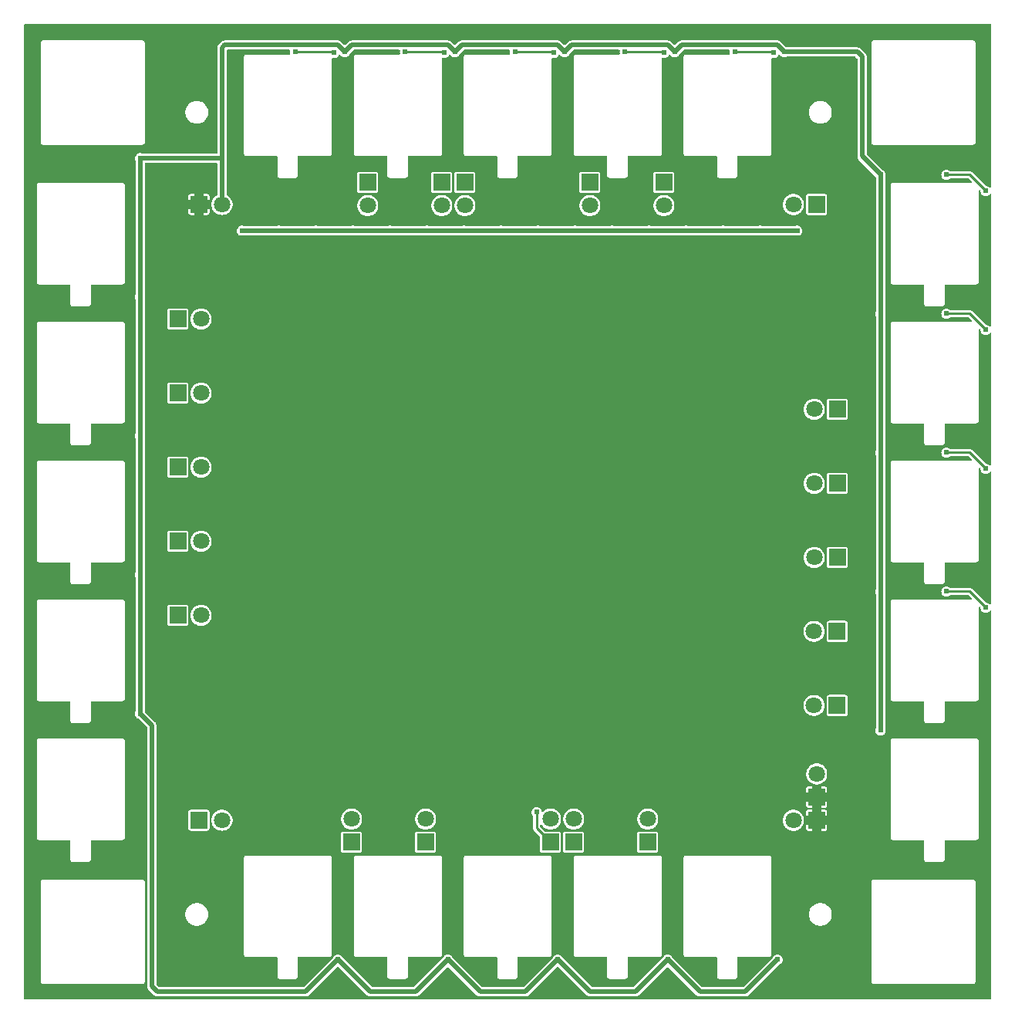
<source format=gbl>
G04 Layer: BottomLayer*
G04 EasyEDA v6.5.29, 2023-07-19 21:38:56*
G04 0acaec5f7f514605885a2f2b0e5249c4,5a6b42c53f6a479593ecc07194224c93,10*
G04 Gerber Generator version 0.2*
G04 Scale: 100 percent, Rotated: No, Reflected: No *
G04 Dimensions in millimeters *
G04 leading zeros omitted , absolute positions ,4 integer and 5 decimal *
%FSLAX45Y45*%
%MOMM*%

%AMMACRO1*21,1,$1,$2,0,0,$3*%
%ADD10C,0.5000*%
%ADD11C,0.2540*%
%ADD12C,1.8000*%
%ADD13MACRO1,1.8X1.8X0.0000*%
%ADD14MACRO1,1.8X1.8X-90.0000*%
%ADD15MACRO1,1.8X1.8X90.0000*%
%ADD16C,0.6096*%
%ADD17C,0.0135*%

%LPD*%
G36*
X-8119922Y-10396575D02*
G01*
X-8123834Y-10395813D01*
X-8127136Y-10393578D01*
X-8129320Y-10390327D01*
X-8130133Y-10386415D01*
X-8130133Y298348D01*
X-8129320Y302260D01*
X-8127136Y305511D01*
X-8123834Y307746D01*
X-8119922Y308508D01*
X2475890Y308508D01*
X2479852Y307746D01*
X2483104Y305511D01*
X2485288Y302260D01*
X2486050Y298348D01*
X2486050Y-1480464D01*
X2485288Y-1484325D01*
X2483104Y-1487627D01*
X2479852Y-1489862D01*
X2475890Y-1490624D01*
X2472029Y-1489862D01*
X2468727Y-1487627D01*
X2461920Y-1480820D01*
X2453894Y-1475181D01*
X2445004Y-1471066D01*
X2435504Y-1468526D01*
X2427427Y-1467815D01*
X2424023Y-1466900D01*
X2421128Y-1464868D01*
X2275535Y-1319276D01*
X2269286Y-1314145D01*
X2262682Y-1310589D01*
X2255418Y-1308404D01*
X2247392Y-1307592D01*
X2038857Y-1307592D01*
X2034997Y-1306830D01*
X2031695Y-1304594D01*
X2030120Y-1303020D01*
X2022093Y-1297381D01*
X2013204Y-1293266D01*
X2003704Y-1290726D01*
X1993950Y-1289862D01*
X1984095Y-1290726D01*
X1974596Y-1293266D01*
X1965706Y-1297381D01*
X1957679Y-1303020D01*
X1950770Y-1309979D01*
X1945081Y-1318006D01*
X1940915Y-1326946D01*
X1938375Y-1336395D01*
X1937512Y-1346200D01*
X1938375Y-1356004D01*
X1940915Y-1365453D01*
X1945081Y-1374394D01*
X1950770Y-1382420D01*
X1957679Y-1389380D01*
X1965706Y-1395018D01*
X1974596Y-1399133D01*
X1984095Y-1401673D01*
X1993950Y-1402537D01*
X2003704Y-1401673D01*
X2013204Y-1399133D01*
X2022093Y-1395018D01*
X2030120Y-1389380D01*
X2031695Y-1387805D01*
X2034997Y-1385570D01*
X2038857Y-1384808D01*
X2227681Y-1384808D01*
X2231542Y-1385570D01*
X2234895Y-1387805D01*
X2266442Y-1419402D01*
X2268677Y-1422654D01*
X2269490Y-1426565D01*
X2268677Y-1430477D01*
X2266442Y-1433728D01*
X2263140Y-1435963D01*
X2259279Y-1436725D01*
X1407617Y-1436725D01*
X1401368Y-1437436D01*
X1395831Y-1439367D01*
X1390954Y-1442415D01*
X1386840Y-1446530D01*
X1383792Y-1451406D01*
X1381861Y-1456893D01*
X1381150Y-1463192D01*
X1381150Y-2522524D01*
X1381861Y-2528824D01*
X1383792Y-2534310D01*
X1386840Y-2539187D01*
X1390954Y-2543302D01*
X1395831Y-2546350D01*
X1401368Y-2548280D01*
X1407617Y-2548991D01*
X1739290Y-2548991D01*
X1743252Y-2549753D01*
X1746504Y-2551988D01*
X1748688Y-2555240D01*
X1749450Y-2559151D01*
X1749450Y-2763824D01*
X1750161Y-2770124D01*
X1752092Y-2775610D01*
X1755139Y-2780487D01*
X1759254Y-2784602D01*
X1764131Y-2787650D01*
X1769668Y-2789580D01*
X1775917Y-2790291D01*
X1946300Y-2790291D01*
X1952548Y-2789580D01*
X1958035Y-2787650D01*
X1962912Y-2784602D01*
X1967077Y-2780487D01*
X1970125Y-2775610D01*
X1972056Y-2770124D01*
X1972767Y-2763824D01*
X1972767Y-2559151D01*
X1973529Y-2555240D01*
X1975713Y-2551988D01*
X1978964Y-2549753D01*
X1982927Y-2548991D01*
X2320950Y-2548991D01*
X2327198Y-2548280D01*
X2332685Y-2546350D01*
X2337562Y-2543302D01*
X2341727Y-2539187D01*
X2344775Y-2534310D01*
X2346706Y-2528824D01*
X2347417Y-2522524D01*
X2347417Y-1524812D01*
X2348179Y-1520952D01*
X2350363Y-1517650D01*
X2353614Y-1515414D01*
X2357577Y-1514652D01*
X2361438Y-1515414D01*
X2364740Y-1517650D01*
X2366568Y-1519478D01*
X2368600Y-1522374D01*
X2369515Y-1525778D01*
X2370175Y-1533804D01*
X2372715Y-1543253D01*
X2376881Y-1552194D01*
X2382570Y-1560220D01*
X2389479Y-1567180D01*
X2397506Y-1572818D01*
X2406396Y-1576933D01*
X2415895Y-1579473D01*
X2425750Y-1580337D01*
X2435504Y-1579473D01*
X2445004Y-1576933D01*
X2453894Y-1572818D01*
X2461920Y-1567180D01*
X2468727Y-1560372D01*
X2472029Y-1558137D01*
X2475890Y-1557375D01*
X2479852Y-1558137D01*
X2483104Y-1560372D01*
X2485288Y-1563674D01*
X2486050Y-1567535D01*
X2486050Y-3004464D01*
X2485288Y-3008325D01*
X2483104Y-3011627D01*
X2479852Y-3013862D01*
X2475890Y-3014624D01*
X2472029Y-3013862D01*
X2468727Y-3011627D01*
X2461920Y-3004820D01*
X2453894Y-2999181D01*
X2445004Y-2995066D01*
X2435504Y-2992526D01*
X2427427Y-2991815D01*
X2424023Y-2990900D01*
X2421128Y-2988868D01*
X2275535Y-2843276D01*
X2269286Y-2838145D01*
X2262682Y-2834589D01*
X2255418Y-2832404D01*
X2247392Y-2831592D01*
X2038857Y-2831592D01*
X2034997Y-2830830D01*
X2031695Y-2828594D01*
X2030120Y-2827020D01*
X2022093Y-2821381D01*
X2013204Y-2817266D01*
X2003704Y-2814726D01*
X1993950Y-2813862D01*
X1984095Y-2814726D01*
X1974596Y-2817266D01*
X1965706Y-2821381D01*
X1957679Y-2827020D01*
X1950770Y-2833979D01*
X1945081Y-2842006D01*
X1940915Y-2850946D01*
X1938375Y-2860395D01*
X1937512Y-2870200D01*
X1938375Y-2880004D01*
X1940915Y-2889453D01*
X1945081Y-2898394D01*
X1950770Y-2906420D01*
X1957679Y-2913380D01*
X1965706Y-2919018D01*
X1974596Y-2923133D01*
X1984095Y-2925673D01*
X1993950Y-2926537D01*
X2003704Y-2925673D01*
X2013204Y-2923133D01*
X2022093Y-2919018D01*
X2030120Y-2913380D01*
X2031695Y-2911805D01*
X2034997Y-2909570D01*
X2038857Y-2908808D01*
X2227681Y-2908808D01*
X2231542Y-2909570D01*
X2234895Y-2911805D01*
X2266442Y-2943402D01*
X2268677Y-2946654D01*
X2269490Y-2950565D01*
X2268677Y-2954477D01*
X2266442Y-2957728D01*
X2263140Y-2959963D01*
X2259279Y-2960725D01*
X1407617Y-2960725D01*
X1401368Y-2961436D01*
X1395831Y-2963367D01*
X1390954Y-2966415D01*
X1386840Y-2970530D01*
X1383792Y-2975406D01*
X1381861Y-2980893D01*
X1381150Y-2987192D01*
X1381150Y-4046524D01*
X1381861Y-4052824D01*
X1383792Y-4058310D01*
X1386840Y-4063187D01*
X1390954Y-4067301D01*
X1395831Y-4070350D01*
X1401368Y-4072280D01*
X1407617Y-4072991D01*
X1739290Y-4072991D01*
X1743252Y-4073753D01*
X1746504Y-4075988D01*
X1748688Y-4079240D01*
X1749450Y-4083151D01*
X1749450Y-4287824D01*
X1750161Y-4294124D01*
X1752092Y-4299610D01*
X1755139Y-4304487D01*
X1759254Y-4308602D01*
X1764131Y-4311650D01*
X1769668Y-4313580D01*
X1775917Y-4314291D01*
X1946300Y-4314291D01*
X1952548Y-4313580D01*
X1958035Y-4311650D01*
X1962912Y-4308602D01*
X1967077Y-4304487D01*
X1970125Y-4299610D01*
X1972056Y-4294124D01*
X1972767Y-4287824D01*
X1972767Y-4083151D01*
X1973529Y-4079240D01*
X1975713Y-4075988D01*
X1978964Y-4073753D01*
X1982927Y-4072991D01*
X2320950Y-4072991D01*
X2327198Y-4072280D01*
X2332685Y-4070350D01*
X2337562Y-4067301D01*
X2341727Y-4063187D01*
X2344775Y-4058310D01*
X2346706Y-4052824D01*
X2347417Y-4046524D01*
X2347417Y-3048812D01*
X2348179Y-3044952D01*
X2350363Y-3041650D01*
X2353614Y-3039414D01*
X2357577Y-3038652D01*
X2361438Y-3039414D01*
X2364740Y-3041650D01*
X2366568Y-3043478D01*
X2368600Y-3046374D01*
X2369515Y-3049778D01*
X2370175Y-3057804D01*
X2372715Y-3067253D01*
X2376881Y-3076194D01*
X2382570Y-3084220D01*
X2389479Y-3091180D01*
X2397506Y-3096818D01*
X2406396Y-3100933D01*
X2415895Y-3103473D01*
X2425750Y-3104337D01*
X2435504Y-3103473D01*
X2445004Y-3100933D01*
X2453894Y-3096818D01*
X2461920Y-3091180D01*
X2468727Y-3084372D01*
X2472029Y-3082137D01*
X2475890Y-3081375D01*
X2479852Y-3082137D01*
X2483104Y-3084372D01*
X2485288Y-3087674D01*
X2486050Y-3091535D01*
X2486050Y-4528464D01*
X2485288Y-4532325D01*
X2483104Y-4535627D01*
X2479852Y-4537862D01*
X2475890Y-4538624D01*
X2472029Y-4537862D01*
X2468727Y-4535627D01*
X2461920Y-4528820D01*
X2453894Y-4523181D01*
X2445004Y-4519066D01*
X2435504Y-4516526D01*
X2427427Y-4515815D01*
X2424023Y-4514900D01*
X2421128Y-4512868D01*
X2275535Y-4367276D01*
X2269286Y-4362145D01*
X2262682Y-4358589D01*
X2255418Y-4356404D01*
X2247392Y-4355592D01*
X2038857Y-4355592D01*
X2034997Y-4354830D01*
X2031695Y-4352594D01*
X2030120Y-4351020D01*
X2022093Y-4345381D01*
X2013204Y-4341266D01*
X2003704Y-4338726D01*
X1993950Y-4337862D01*
X1984095Y-4338726D01*
X1974596Y-4341266D01*
X1965706Y-4345381D01*
X1957679Y-4351020D01*
X1950770Y-4357979D01*
X1945081Y-4366006D01*
X1940915Y-4374946D01*
X1938375Y-4384395D01*
X1937512Y-4394200D01*
X1938375Y-4404004D01*
X1940915Y-4413453D01*
X1945081Y-4422394D01*
X1950770Y-4430420D01*
X1957679Y-4437380D01*
X1965706Y-4443018D01*
X1974596Y-4447133D01*
X1984095Y-4449673D01*
X1993950Y-4450537D01*
X2003704Y-4449673D01*
X2013204Y-4447133D01*
X2022093Y-4443018D01*
X2030120Y-4437380D01*
X2031695Y-4435805D01*
X2034997Y-4433570D01*
X2038857Y-4432808D01*
X2227681Y-4432808D01*
X2231542Y-4433570D01*
X2234895Y-4435805D01*
X2266442Y-4467402D01*
X2268677Y-4470654D01*
X2269490Y-4474565D01*
X2268677Y-4478477D01*
X2266442Y-4481728D01*
X2263140Y-4483963D01*
X2259279Y-4484725D01*
X1407617Y-4484725D01*
X1401368Y-4485436D01*
X1395831Y-4487367D01*
X1390954Y-4490415D01*
X1386840Y-4494530D01*
X1383792Y-4499406D01*
X1381861Y-4504893D01*
X1381150Y-4511192D01*
X1381150Y-5570524D01*
X1381861Y-5576824D01*
X1383792Y-5582310D01*
X1386840Y-5587187D01*
X1390954Y-5591302D01*
X1395831Y-5594350D01*
X1401368Y-5596280D01*
X1407617Y-5596991D01*
X1739290Y-5596991D01*
X1743252Y-5597753D01*
X1746504Y-5599988D01*
X1748688Y-5603240D01*
X1749450Y-5607151D01*
X1749450Y-5811824D01*
X1750161Y-5818124D01*
X1752092Y-5823610D01*
X1755139Y-5828487D01*
X1759254Y-5832602D01*
X1764131Y-5835650D01*
X1769668Y-5837580D01*
X1775917Y-5838291D01*
X1946300Y-5838291D01*
X1952548Y-5837580D01*
X1958035Y-5835650D01*
X1962912Y-5832602D01*
X1967077Y-5828487D01*
X1970125Y-5823610D01*
X1972056Y-5818124D01*
X1972767Y-5811824D01*
X1972767Y-5607151D01*
X1973529Y-5603240D01*
X1975713Y-5599988D01*
X1978964Y-5597753D01*
X1982927Y-5596991D01*
X2320950Y-5596991D01*
X2327198Y-5596280D01*
X2332685Y-5594350D01*
X2337562Y-5591302D01*
X2341727Y-5587187D01*
X2344775Y-5582310D01*
X2346706Y-5576824D01*
X2347417Y-5570524D01*
X2347417Y-4572812D01*
X2348179Y-4568952D01*
X2350363Y-4565650D01*
X2353614Y-4563414D01*
X2357577Y-4562652D01*
X2361438Y-4563414D01*
X2364740Y-4565650D01*
X2366568Y-4567478D01*
X2368600Y-4570374D01*
X2369515Y-4573778D01*
X2370175Y-4581804D01*
X2372715Y-4591253D01*
X2376881Y-4600194D01*
X2382570Y-4608220D01*
X2389479Y-4615180D01*
X2397506Y-4620818D01*
X2406396Y-4624933D01*
X2415895Y-4627473D01*
X2425750Y-4628337D01*
X2435504Y-4627473D01*
X2445004Y-4624933D01*
X2453894Y-4620818D01*
X2461920Y-4615180D01*
X2468727Y-4608372D01*
X2472029Y-4606137D01*
X2475890Y-4605375D01*
X2479852Y-4606137D01*
X2483104Y-4608372D01*
X2485288Y-4611674D01*
X2486050Y-4615535D01*
X2486050Y-6052464D01*
X2485288Y-6056325D01*
X2483104Y-6059627D01*
X2479852Y-6061862D01*
X2475890Y-6062624D01*
X2472029Y-6061862D01*
X2468727Y-6059627D01*
X2461920Y-6052820D01*
X2453894Y-6047181D01*
X2445004Y-6043066D01*
X2435504Y-6040526D01*
X2427427Y-6039815D01*
X2424023Y-6038900D01*
X2421128Y-6036868D01*
X2275535Y-5891276D01*
X2269286Y-5886145D01*
X2262682Y-5882589D01*
X2255418Y-5880404D01*
X2247392Y-5879592D01*
X2038857Y-5879592D01*
X2034997Y-5878830D01*
X2031695Y-5876594D01*
X2030120Y-5875020D01*
X2022093Y-5869381D01*
X2013204Y-5865266D01*
X2003704Y-5862726D01*
X1993950Y-5861862D01*
X1984095Y-5862726D01*
X1974596Y-5865266D01*
X1965706Y-5869381D01*
X1957679Y-5875020D01*
X1950770Y-5881979D01*
X1945081Y-5890006D01*
X1940915Y-5898946D01*
X1938375Y-5908395D01*
X1937512Y-5918200D01*
X1938375Y-5928004D01*
X1940915Y-5937453D01*
X1945081Y-5946394D01*
X1950770Y-5954420D01*
X1957679Y-5961380D01*
X1965706Y-5967018D01*
X1974596Y-5971133D01*
X1984095Y-5973673D01*
X1993950Y-5974537D01*
X2003704Y-5973673D01*
X2013204Y-5971133D01*
X2022093Y-5967018D01*
X2030120Y-5961380D01*
X2031695Y-5959805D01*
X2034997Y-5957570D01*
X2038857Y-5956808D01*
X2227681Y-5956808D01*
X2231542Y-5957570D01*
X2234895Y-5959805D01*
X2266442Y-5991402D01*
X2268677Y-5994654D01*
X2269490Y-5998565D01*
X2268677Y-6002477D01*
X2266442Y-6005728D01*
X2263140Y-6007963D01*
X2259279Y-6008725D01*
X1407617Y-6008725D01*
X1401368Y-6009436D01*
X1395831Y-6011367D01*
X1390954Y-6014415D01*
X1386840Y-6018530D01*
X1383792Y-6023406D01*
X1381861Y-6028893D01*
X1381150Y-6035192D01*
X1381150Y-7094524D01*
X1381861Y-7100824D01*
X1383792Y-7106310D01*
X1386840Y-7111187D01*
X1390954Y-7115302D01*
X1395831Y-7118350D01*
X1401368Y-7120280D01*
X1407617Y-7120991D01*
X1739290Y-7120991D01*
X1743252Y-7121753D01*
X1746504Y-7123988D01*
X1748688Y-7127240D01*
X1749450Y-7131151D01*
X1749450Y-7335824D01*
X1750161Y-7342124D01*
X1752092Y-7347610D01*
X1755139Y-7352487D01*
X1759254Y-7356602D01*
X1764131Y-7359650D01*
X1769668Y-7361580D01*
X1775917Y-7362291D01*
X1946300Y-7362291D01*
X1952548Y-7361580D01*
X1958035Y-7359650D01*
X1962912Y-7356602D01*
X1967077Y-7352487D01*
X1970125Y-7347610D01*
X1972056Y-7342124D01*
X1972767Y-7335824D01*
X1972767Y-7131151D01*
X1973529Y-7127240D01*
X1975713Y-7123988D01*
X1978964Y-7121753D01*
X1982927Y-7120991D01*
X2320950Y-7120991D01*
X2327198Y-7120280D01*
X2332685Y-7118350D01*
X2337562Y-7115302D01*
X2341727Y-7111187D01*
X2344775Y-7106310D01*
X2346706Y-7100824D01*
X2347417Y-7094524D01*
X2347417Y-6096812D01*
X2348179Y-6092952D01*
X2350363Y-6089650D01*
X2353614Y-6087414D01*
X2357577Y-6086652D01*
X2361438Y-6087414D01*
X2364740Y-6089650D01*
X2366568Y-6091478D01*
X2368600Y-6094374D01*
X2369515Y-6097778D01*
X2370175Y-6105804D01*
X2372715Y-6115253D01*
X2376881Y-6124194D01*
X2382570Y-6132220D01*
X2389479Y-6139180D01*
X2397506Y-6144818D01*
X2406396Y-6148933D01*
X2415895Y-6151473D01*
X2425750Y-6152337D01*
X2435504Y-6151473D01*
X2445004Y-6148933D01*
X2453894Y-6144818D01*
X2461920Y-6139180D01*
X2468727Y-6132372D01*
X2472029Y-6130137D01*
X2475890Y-6129375D01*
X2479852Y-6130137D01*
X2483104Y-6132372D01*
X2485288Y-6135674D01*
X2486050Y-6139535D01*
X2486050Y-10386415D01*
X2485288Y-10390327D01*
X2483104Y-10393578D01*
X2479852Y-10395813D01*
X2475890Y-10396575D01*
G37*

%LPC*%
G36*
X-6235649Y-786333D02*
G01*
X-6220561Y-785418D01*
X-6205575Y-782675D01*
X-6191097Y-778154D01*
X-6177229Y-771906D01*
X-6164224Y-764032D01*
X-6152184Y-754634D01*
X-6141516Y-743915D01*
X-6132118Y-731926D01*
X-6124194Y-718921D01*
X-6117945Y-705053D01*
X-6113424Y-690575D01*
X-6110681Y-675589D01*
X-6109766Y-660450D01*
X-6110681Y-645261D01*
X-6113424Y-630275D01*
X-6117945Y-615797D01*
X-6124194Y-601929D01*
X-6132118Y-588924D01*
X-6141516Y-576935D01*
X-6152184Y-566216D01*
X-6164224Y-556818D01*
X-6177229Y-548944D01*
X-6191097Y-542696D01*
X-6205575Y-538175D01*
X-6220561Y-535432D01*
X-6235649Y-534517D01*
X-6250838Y-535432D01*
X-6265824Y-538175D01*
X-6280353Y-542696D01*
X-6294170Y-548944D01*
X-6307226Y-556818D01*
X-6319215Y-566216D01*
X-6329883Y-576935D01*
X-6339281Y-588924D01*
X-6347206Y-601929D01*
X-6353454Y-615797D01*
X-6357975Y-630275D01*
X-6360718Y-645261D01*
X-6361633Y-660450D01*
X-6360718Y-675589D01*
X-6357975Y-690575D01*
X-6353454Y-705053D01*
X-6347206Y-718921D01*
X-6339281Y-731926D01*
X-6329883Y-743915D01*
X-6319215Y-754634D01*
X-6307226Y-764032D01*
X-6294170Y-771906D01*
X-6280353Y-778154D01*
X-6265824Y-782675D01*
X-6250838Y-785418D01*
G37*
G36*
X1194409Y-10224008D02*
G01*
X2285390Y-10224008D01*
X2291740Y-10223296D01*
X2297176Y-10221366D01*
X2302154Y-10218318D01*
X2306218Y-10214203D01*
X2309317Y-10209326D01*
X2311146Y-10203840D01*
X2311908Y-10197541D01*
X2311908Y-9106458D01*
X2311146Y-9100159D01*
X2309317Y-9094673D01*
X2306218Y-9089796D01*
X2302154Y-9085681D01*
X2297176Y-9082633D01*
X2291740Y-9080703D01*
X2285390Y-9079992D01*
X1194409Y-9079992D01*
X1188059Y-9080703D01*
X1182624Y-9082633D01*
X1177645Y-9085681D01*
X1173581Y-9089796D01*
X1170482Y-9094673D01*
X1168654Y-9100159D01*
X1167892Y-9106458D01*
X1167892Y-10197541D01*
X1168654Y-10203840D01*
X1170482Y-10209326D01*
X1173581Y-10214203D01*
X1177645Y-10218318D01*
X1182624Y-10221366D01*
X1188059Y-10223296D01*
G37*
G36*
X-497382Y-10168991D02*
G01*
X-326999Y-10168991D01*
X-320751Y-10168280D01*
X-315264Y-10166350D01*
X-310388Y-10163302D01*
X-306222Y-10159187D01*
X-303174Y-10154310D01*
X-301244Y-10148824D01*
X-300532Y-10142524D01*
X-300532Y-9937851D01*
X-299770Y-9933940D01*
X-297586Y-9930688D01*
X-294335Y-9928453D01*
X-290372Y-9927691D01*
X47650Y-9927691D01*
X53898Y-9926980D01*
X59385Y-9925050D01*
X64262Y-9922002D01*
X68427Y-9917887D01*
X71475Y-9913010D01*
X73406Y-9907524D01*
X74117Y-9901224D01*
X74117Y-8841892D01*
X73406Y-8835593D01*
X71475Y-8830106D01*
X68427Y-8825230D01*
X64262Y-8821115D01*
X59385Y-8818067D01*
X53898Y-8816136D01*
X47650Y-8815425D01*
X-865682Y-8815425D01*
X-871931Y-8816136D01*
X-877468Y-8818067D01*
X-882345Y-8821115D01*
X-886460Y-8825230D01*
X-889508Y-8830106D01*
X-891438Y-8835593D01*
X-892149Y-8841892D01*
X-892149Y-9901224D01*
X-891438Y-9907524D01*
X-889508Y-9913010D01*
X-886460Y-9917887D01*
X-882345Y-9922002D01*
X-877468Y-9925050D01*
X-871931Y-9926980D01*
X-865682Y-9927691D01*
X-534009Y-9927691D01*
X-530047Y-9928453D01*
X-526796Y-9930688D01*
X-524611Y-9933940D01*
X-523849Y-9937851D01*
X-523849Y-10142524D01*
X-523138Y-10148824D01*
X-521208Y-10154310D01*
X-518159Y-10159187D01*
X-514045Y-10163302D01*
X-509168Y-10166350D01*
X-503631Y-10168280D01*
G37*
G36*
X-5323382Y-10168991D02*
G01*
X-5152999Y-10168991D01*
X-5146751Y-10168280D01*
X-5141264Y-10166350D01*
X-5136388Y-10163302D01*
X-5132222Y-10159187D01*
X-5129174Y-10154310D01*
X-5127244Y-10148824D01*
X-5126532Y-10142524D01*
X-5126532Y-9937851D01*
X-5125770Y-9933940D01*
X-5123586Y-9930688D01*
X-5120335Y-9928453D01*
X-5116372Y-9927691D01*
X-4778349Y-9927691D01*
X-4772101Y-9926980D01*
X-4766614Y-9925050D01*
X-4761738Y-9922002D01*
X-4757572Y-9917887D01*
X-4754524Y-9913010D01*
X-4752594Y-9907524D01*
X-4751882Y-9901224D01*
X-4751882Y-8841892D01*
X-4752594Y-8835593D01*
X-4754524Y-8830106D01*
X-4757572Y-8825230D01*
X-4761738Y-8821115D01*
X-4766614Y-8818067D01*
X-4772101Y-8816136D01*
X-4778349Y-8815425D01*
X-5691682Y-8815425D01*
X-5697931Y-8816136D01*
X-5703468Y-8818067D01*
X-5708345Y-8821115D01*
X-5712460Y-8825230D01*
X-5715508Y-8830106D01*
X-5717438Y-8835593D01*
X-5718149Y-8841892D01*
X-5718149Y-9901224D01*
X-5717438Y-9907524D01*
X-5715508Y-9913010D01*
X-5712460Y-9917887D01*
X-5708345Y-9922002D01*
X-5703468Y-9925050D01*
X-5697931Y-9926980D01*
X-5691682Y-9927691D01*
X-5360009Y-9927691D01*
X-5356047Y-9928453D01*
X-5352796Y-9930688D01*
X-5350611Y-9933940D01*
X-5349849Y-9937851D01*
X-5349849Y-10142524D01*
X-5349138Y-10148824D01*
X-5347208Y-10154310D01*
X-5344160Y-10159187D01*
X-5340045Y-10163302D01*
X-5335168Y-10166350D01*
X-5329631Y-10168280D01*
G37*
G36*
X-4116882Y-10168991D02*
G01*
X-3946499Y-10168991D01*
X-3940251Y-10168280D01*
X-3934764Y-10166350D01*
X-3929887Y-10163302D01*
X-3925722Y-10159187D01*
X-3922674Y-10154310D01*
X-3920744Y-10148824D01*
X-3920032Y-10142524D01*
X-3920032Y-9937851D01*
X-3919270Y-9933940D01*
X-3917086Y-9930688D01*
X-3913835Y-9928453D01*
X-3909872Y-9927691D01*
X-3571849Y-9927691D01*
X-3565601Y-9926980D01*
X-3560114Y-9925050D01*
X-3555237Y-9922002D01*
X-3551072Y-9917887D01*
X-3548024Y-9913010D01*
X-3546094Y-9907524D01*
X-3545382Y-9901224D01*
X-3545382Y-8841892D01*
X-3546094Y-8835593D01*
X-3548024Y-8830106D01*
X-3551072Y-8825230D01*
X-3555237Y-8821115D01*
X-3560114Y-8818067D01*
X-3565601Y-8816136D01*
X-3571849Y-8815425D01*
X-4485182Y-8815425D01*
X-4491431Y-8816136D01*
X-4496968Y-8818067D01*
X-4501845Y-8821115D01*
X-4505960Y-8825230D01*
X-4509008Y-8830106D01*
X-4510938Y-8835593D01*
X-4511649Y-8841892D01*
X-4511649Y-9901224D01*
X-4510938Y-9907524D01*
X-4509008Y-9913010D01*
X-4505960Y-9917887D01*
X-4501845Y-9922002D01*
X-4496968Y-9925050D01*
X-4491431Y-9926980D01*
X-4485182Y-9927691D01*
X-4153509Y-9927691D01*
X-4149547Y-9928453D01*
X-4146296Y-9930688D01*
X-4144111Y-9933940D01*
X-4143349Y-9937851D01*
X-4143349Y-10142524D01*
X-4142638Y-10148824D01*
X-4140708Y-10154310D01*
X-4137660Y-10159187D01*
X-4133545Y-10163302D01*
X-4128668Y-10166350D01*
X-4123131Y-10168280D01*
G37*
G36*
X-2910382Y-10168991D02*
G01*
X-2739999Y-10168991D01*
X-2733751Y-10168280D01*
X-2728264Y-10166350D01*
X-2723388Y-10163302D01*
X-2719222Y-10159187D01*
X-2716174Y-10154310D01*
X-2714244Y-10148824D01*
X-2713532Y-10142524D01*
X-2713532Y-9937851D01*
X-2712770Y-9933940D01*
X-2710586Y-9930688D01*
X-2707335Y-9928453D01*
X-2703372Y-9927691D01*
X-2365349Y-9927691D01*
X-2359101Y-9926980D01*
X-2353614Y-9925050D01*
X-2348738Y-9922002D01*
X-2344572Y-9917887D01*
X-2341524Y-9913010D01*
X-2339594Y-9907524D01*
X-2338882Y-9901224D01*
X-2338882Y-8841892D01*
X-2339594Y-8835593D01*
X-2341524Y-8830106D01*
X-2344572Y-8825230D01*
X-2348738Y-8821115D01*
X-2353614Y-8818067D01*
X-2359101Y-8816136D01*
X-2365349Y-8815425D01*
X-3278682Y-8815425D01*
X-3284931Y-8816136D01*
X-3290468Y-8818067D01*
X-3295345Y-8821115D01*
X-3299460Y-8825230D01*
X-3302508Y-8830106D01*
X-3304438Y-8835593D01*
X-3305149Y-8841892D01*
X-3305149Y-9901224D01*
X-3304438Y-9907524D01*
X-3302508Y-9913010D01*
X-3299460Y-9917887D01*
X-3295345Y-9922002D01*
X-3290468Y-9925050D01*
X-3284931Y-9926980D01*
X-3278682Y-9927691D01*
X-2947009Y-9927691D01*
X-2943047Y-9928453D01*
X-2939796Y-9930688D01*
X-2937611Y-9933940D01*
X-2936849Y-9937851D01*
X-2936849Y-10142524D01*
X-2936138Y-10148824D01*
X-2934208Y-10154310D01*
X-2931160Y-10159187D01*
X-2927045Y-10163302D01*
X-2922168Y-10166350D01*
X-2916631Y-10168280D01*
G37*
G36*
X-1703882Y-10168991D02*
G01*
X-1533499Y-10168991D01*
X-1527251Y-10168280D01*
X-1521764Y-10166350D01*
X-1516888Y-10163302D01*
X-1512722Y-10159187D01*
X-1509674Y-10154310D01*
X-1507744Y-10148824D01*
X-1507032Y-10142524D01*
X-1507032Y-9937851D01*
X-1506270Y-9933940D01*
X-1504086Y-9930688D01*
X-1500835Y-9928453D01*
X-1496872Y-9927691D01*
X-1158849Y-9927691D01*
X-1152601Y-9926980D01*
X-1147114Y-9925050D01*
X-1142238Y-9922002D01*
X-1138072Y-9917887D01*
X-1135024Y-9913010D01*
X-1133094Y-9907524D01*
X-1132382Y-9901224D01*
X-1132382Y-8841892D01*
X-1133094Y-8835593D01*
X-1135024Y-8830106D01*
X-1138072Y-8825230D01*
X-1142238Y-8821115D01*
X-1147114Y-8818067D01*
X-1152601Y-8816136D01*
X-1158849Y-8815425D01*
X-2072182Y-8815425D01*
X-2078431Y-8816136D01*
X-2083968Y-8818067D01*
X-2088845Y-8821115D01*
X-2092960Y-8825230D01*
X-2096007Y-8830106D01*
X-2097938Y-8835593D01*
X-2098649Y-8841892D01*
X-2098649Y-9901224D01*
X-2097938Y-9907524D01*
X-2096007Y-9913010D01*
X-2092960Y-9917887D01*
X-2088845Y-9922002D01*
X-2083968Y-9925050D01*
X-2078431Y-9926980D01*
X-2072182Y-9927691D01*
X-1740509Y-9927691D01*
X-1736547Y-9928453D01*
X-1733296Y-9930688D01*
X-1731111Y-9933940D01*
X-1730349Y-9937851D01*
X-1730349Y-10142524D01*
X-1729638Y-10148824D01*
X-1727707Y-10154310D01*
X-1724660Y-10159187D01*
X-1720545Y-10163302D01*
X-1715668Y-10166350D01*
X-1710131Y-10168280D01*
G37*
G36*
X609650Y-9587382D02*
G01*
X624738Y-9586468D01*
X639724Y-9583724D01*
X654202Y-9579203D01*
X668070Y-9572955D01*
X681075Y-9565081D01*
X693115Y-9555734D01*
X703783Y-9544964D01*
X713181Y-9533026D01*
X721106Y-9520021D01*
X727354Y-9506153D01*
X731875Y-9491624D01*
X734618Y-9476689D01*
X735533Y-9461500D01*
X734618Y-9446310D01*
X731875Y-9431375D01*
X727354Y-9416846D01*
X721106Y-9402978D01*
X713181Y-9389973D01*
X703783Y-9378035D01*
X693115Y-9367266D01*
X681075Y-9357918D01*
X668070Y-9350044D01*
X654202Y-9343796D01*
X639724Y-9339275D01*
X624738Y-9336532D01*
X609650Y-9335617D01*
X594461Y-9336532D01*
X579475Y-9339275D01*
X564946Y-9343796D01*
X551129Y-9350044D01*
X538073Y-9357918D01*
X526084Y-9367266D01*
X515416Y-9378035D01*
X506018Y-9389973D01*
X498093Y-9402978D01*
X491845Y-9416846D01*
X487324Y-9431375D01*
X484581Y-9446310D01*
X483666Y-9461500D01*
X484581Y-9476689D01*
X487324Y-9491624D01*
X491845Y-9506153D01*
X498093Y-9520021D01*
X506018Y-9533026D01*
X515416Y-9544964D01*
X526084Y-9555734D01*
X538073Y-9565081D01*
X551129Y-9572955D01*
X564946Y-9579203D01*
X579475Y-9583724D01*
X594461Y-9586468D01*
G37*
G36*
X-6235649Y-9587382D02*
G01*
X-6220561Y-9586468D01*
X-6205575Y-9583724D01*
X-6191097Y-9579203D01*
X-6177229Y-9572955D01*
X-6164224Y-9565081D01*
X-6152184Y-9555734D01*
X-6141516Y-9544964D01*
X-6132118Y-9533026D01*
X-6124194Y-9520021D01*
X-6117945Y-9506153D01*
X-6113424Y-9491624D01*
X-6110681Y-9476689D01*
X-6109766Y-9461500D01*
X-6110681Y-9446310D01*
X-6113424Y-9431375D01*
X-6117945Y-9416846D01*
X-6124194Y-9402978D01*
X-6132118Y-9389973D01*
X-6141516Y-9378035D01*
X-6152184Y-9367266D01*
X-6164224Y-9357918D01*
X-6177229Y-9350044D01*
X-6191097Y-9343796D01*
X-6205575Y-9339275D01*
X-6220561Y-9336532D01*
X-6235649Y-9335617D01*
X-6250838Y-9336532D01*
X-6265824Y-9339275D01*
X-6280353Y-9343796D01*
X-6294170Y-9350044D01*
X-6307226Y-9357918D01*
X-6319215Y-9367266D01*
X-6329883Y-9378035D01*
X-6339281Y-9389973D01*
X-6347206Y-9402978D01*
X-6353454Y-9416846D01*
X-6357975Y-9431375D01*
X-6360718Y-9446310D01*
X-6361633Y-9461500D01*
X-6360718Y-9476689D01*
X-6357975Y-9491624D01*
X-6353454Y-9506153D01*
X-6347206Y-9520021D01*
X-6339281Y-9533026D01*
X-6329883Y-9544964D01*
X-6319215Y-9555734D01*
X-6307226Y-9565081D01*
X-6294170Y-9572955D01*
X-6280353Y-9579203D01*
X-6265824Y-9583724D01*
X-6250838Y-9586468D01*
G37*
G36*
X-7596682Y-8886291D02*
G01*
X-7426299Y-8886291D01*
X-7420000Y-8885580D01*
X-7414564Y-8883650D01*
X-7409688Y-8880602D01*
X-7405573Y-8876487D01*
X-7402474Y-8871610D01*
X-7400544Y-8866124D01*
X-7399883Y-8859824D01*
X-7399883Y-8655151D01*
X-7399070Y-8651240D01*
X-7396886Y-8647988D01*
X-7393584Y-8645753D01*
X-7389672Y-8644991D01*
X-7051649Y-8644991D01*
X-7045350Y-8644280D01*
X-7039914Y-8642350D01*
X-7035038Y-8639302D01*
X-7030923Y-8635187D01*
X-7027824Y-8630310D01*
X-7025894Y-8624824D01*
X-7025233Y-8618524D01*
X-7025233Y-7559192D01*
X-7025894Y-7552893D01*
X-7027824Y-7547406D01*
X-7030923Y-7542530D01*
X-7035038Y-7538415D01*
X-7039914Y-7535367D01*
X-7045350Y-7533436D01*
X-7051649Y-7532725D01*
X-7964982Y-7532725D01*
X-7971281Y-7533436D01*
X-7976768Y-7535367D01*
X-7981645Y-7538415D01*
X-7985709Y-7542530D01*
X-7988808Y-7547406D01*
X-7990738Y-7552893D01*
X-7991449Y-7559192D01*
X-7991449Y-8618524D01*
X-7990738Y-8624824D01*
X-7988808Y-8630310D01*
X-7985709Y-8635187D01*
X-7981645Y-8639302D01*
X-7976768Y-8642350D01*
X-7971281Y-8644280D01*
X-7964982Y-8644991D01*
X-7633309Y-8644991D01*
X-7629398Y-8645753D01*
X-7626096Y-8647988D01*
X-7623911Y-8651240D01*
X-7623149Y-8655151D01*
X-7623149Y-8859824D01*
X-7622438Y-8866124D01*
X-7620508Y-8871610D01*
X-7617409Y-8876487D01*
X-7613345Y-8880602D01*
X-7608468Y-8883650D01*
X-7602981Y-8885580D01*
G37*
G36*
X1775917Y-8886291D02*
G01*
X1946300Y-8886291D01*
X1952548Y-8885580D01*
X1958035Y-8883650D01*
X1962912Y-8880602D01*
X1967077Y-8876487D01*
X1970125Y-8871610D01*
X1972056Y-8866124D01*
X1972767Y-8859824D01*
X1972767Y-8655151D01*
X1973529Y-8651240D01*
X1975713Y-8647988D01*
X1978964Y-8645753D01*
X1982927Y-8644991D01*
X2320950Y-8644991D01*
X2327198Y-8644280D01*
X2332685Y-8642350D01*
X2337562Y-8639302D01*
X2341727Y-8635187D01*
X2344775Y-8630310D01*
X2346706Y-8624824D01*
X2347417Y-8618524D01*
X2347417Y-7559192D01*
X2346706Y-7552893D01*
X2344775Y-7547406D01*
X2341727Y-7542530D01*
X2337562Y-7538415D01*
X2332685Y-7535367D01*
X2327198Y-7533436D01*
X2320950Y-7532725D01*
X1407617Y-7532725D01*
X1401368Y-7533436D01*
X1395831Y-7535367D01*
X1390954Y-7538415D01*
X1386840Y-7542530D01*
X1383792Y-7547406D01*
X1381861Y-7552893D01*
X1381150Y-7559192D01*
X1381150Y-8618524D01*
X1381861Y-8624824D01*
X1383792Y-8630310D01*
X1386840Y-8635187D01*
X1390954Y-8639302D01*
X1395831Y-8642350D01*
X1401368Y-8644280D01*
X1407617Y-8644991D01*
X1739290Y-8644991D01*
X1743252Y-8645753D01*
X1746504Y-8647988D01*
X1748688Y-8651240D01*
X1749450Y-8655151D01*
X1749450Y-8859824D01*
X1750161Y-8866124D01*
X1752092Y-8871610D01*
X1755139Y-8876487D01*
X1759254Y-8880602D01*
X1764131Y-8883650D01*
X1769668Y-8885580D01*
G37*
G36*
X-2187549Y-8785809D02*
G01*
X-2008682Y-8785809D01*
X-2002332Y-8785098D01*
X-1996897Y-8783167D01*
X-1992020Y-8780068D01*
X-1987956Y-8776004D01*
X-1984857Y-8771077D01*
X-1982876Y-8765641D01*
X-1982165Y-8759291D01*
X-1982165Y-8580475D01*
X-1982876Y-8574125D01*
X-1984857Y-8568690D01*
X-1987956Y-8563762D01*
X-1992020Y-8559698D01*
X-1996897Y-8556599D01*
X-2002332Y-8554669D01*
X-2008682Y-8553958D01*
X-2187549Y-8553958D01*
X-2193899Y-8554669D01*
X-2199335Y-8556599D01*
X-2204212Y-8559698D01*
X-2208276Y-8563762D01*
X-2211425Y-8568690D01*
X-2213356Y-8574125D01*
X-2214067Y-8580475D01*
X-2214067Y-8759291D01*
X-2213356Y-8765641D01*
X-2211425Y-8771077D01*
X-2208276Y-8776004D01*
X-2204212Y-8780068D01*
X-2199335Y-8783167D01*
X-2193899Y-8785098D01*
G37*
G36*
X-3813149Y-8785809D02*
G01*
X-3634282Y-8785809D01*
X-3627932Y-8785098D01*
X-3622497Y-8783167D01*
X-3617620Y-8780068D01*
X-3613556Y-8776004D01*
X-3610457Y-8771077D01*
X-3608476Y-8765641D01*
X-3607765Y-8759291D01*
X-3607765Y-8580475D01*
X-3608476Y-8574125D01*
X-3610457Y-8568690D01*
X-3613556Y-8563762D01*
X-3617620Y-8559698D01*
X-3622497Y-8556599D01*
X-3627932Y-8554669D01*
X-3634282Y-8553958D01*
X-3813149Y-8553958D01*
X-3819499Y-8554669D01*
X-3824935Y-8556599D01*
X-3829812Y-8559698D01*
X-3833876Y-8563762D01*
X-3837025Y-8568690D01*
X-3838956Y-8574125D01*
X-3839667Y-8580475D01*
X-3839667Y-8759291D01*
X-3838956Y-8765641D01*
X-3837025Y-8771077D01*
X-3833876Y-8776004D01*
X-3829812Y-8780068D01*
X-3824935Y-8783167D01*
X-3819499Y-8785098D01*
G37*
G36*
X-1374749Y-8785809D02*
G01*
X-1195882Y-8785809D01*
X-1189532Y-8785098D01*
X-1184097Y-8783167D01*
X-1179220Y-8780068D01*
X-1175156Y-8776004D01*
X-1172057Y-8771077D01*
X-1170127Y-8765641D01*
X-1169365Y-8759291D01*
X-1169365Y-8580475D01*
X-1170127Y-8574125D01*
X-1172057Y-8568690D01*
X-1175156Y-8563762D01*
X-1179220Y-8559698D01*
X-1184097Y-8556599D01*
X-1189532Y-8554669D01*
X-1195882Y-8553958D01*
X-1374749Y-8553958D01*
X-1381099Y-8554669D01*
X-1386535Y-8556599D01*
X-1391412Y-8559698D01*
X-1395476Y-8563762D01*
X-1398625Y-8568690D01*
X-1400556Y-8574125D01*
X-1401267Y-8580475D01*
X-1401267Y-8759291D01*
X-1400556Y-8765641D01*
X-1398625Y-8771077D01*
X-1395476Y-8776004D01*
X-1391412Y-8780068D01*
X-1386535Y-8783167D01*
X-1381099Y-8785098D01*
G37*
G36*
X-4625949Y-8785809D02*
G01*
X-4447082Y-8785809D01*
X-4440732Y-8785098D01*
X-4435297Y-8783167D01*
X-4430420Y-8780068D01*
X-4426356Y-8776004D01*
X-4423257Y-8771077D01*
X-4421276Y-8765641D01*
X-4420565Y-8759291D01*
X-4420565Y-8580475D01*
X-4421276Y-8574125D01*
X-4423257Y-8568690D01*
X-4426356Y-8563762D01*
X-4430420Y-8559698D01*
X-4435297Y-8556599D01*
X-4440732Y-8554669D01*
X-4447082Y-8553958D01*
X-4625949Y-8553958D01*
X-4632299Y-8554669D01*
X-4637735Y-8556599D01*
X-4642612Y-8559698D01*
X-4646676Y-8563762D01*
X-4649825Y-8568690D01*
X-4651756Y-8574125D01*
X-4652467Y-8580475D01*
X-4652467Y-8759291D01*
X-4651756Y-8765641D01*
X-4649825Y-8771077D01*
X-4646676Y-8776004D01*
X-4642612Y-8780068D01*
X-4637735Y-8783167D01*
X-4632299Y-8785098D01*
G37*
G36*
X-2441549Y-8785809D02*
G01*
X-2262682Y-8785809D01*
X-2256332Y-8785098D01*
X-2250897Y-8783167D01*
X-2246020Y-8780068D01*
X-2241956Y-8776004D01*
X-2238857Y-8771077D01*
X-2236876Y-8765641D01*
X-2236165Y-8759291D01*
X-2236165Y-8580475D01*
X-2236876Y-8574125D01*
X-2238857Y-8568690D01*
X-2241956Y-8563762D01*
X-2246020Y-8559698D01*
X-2250897Y-8556599D01*
X-2256332Y-8554669D01*
X-2262682Y-8553958D01*
X-2409190Y-8553958D01*
X-2413152Y-8553196D01*
X-2416352Y-8551011D01*
X-2462936Y-8504478D01*
X-2465120Y-8501176D01*
X-2465882Y-8497265D01*
X-2465882Y-8487410D01*
X-2465019Y-8483193D01*
X-2462377Y-8479688D01*
X-2458618Y-8477656D01*
X-2454249Y-8477351D01*
X-2450236Y-8478875D01*
X-2447188Y-8481974D01*
X-2445918Y-8484006D01*
X-2436622Y-8495233D01*
X-2426004Y-8505190D01*
X-2414219Y-8513724D01*
X-2401468Y-8520734D01*
X-2387904Y-8526119D01*
X-2373833Y-8529726D01*
X-2359406Y-8531555D01*
X-2344826Y-8531555D01*
X-2330399Y-8529726D01*
X-2316327Y-8526119D01*
X-2302814Y-8520734D01*
X-2290013Y-8513724D01*
X-2278227Y-8505190D01*
X-2267661Y-8495233D01*
X-2258364Y-8484006D01*
X-2250592Y-8471712D01*
X-2244344Y-8458555D01*
X-2239822Y-8444687D01*
X-2237181Y-8430412D01*
X-2236266Y-8415883D01*
X-2237181Y-8401354D01*
X-2239822Y-8387080D01*
X-2244344Y-8373211D01*
X-2250592Y-8360054D01*
X-2258364Y-8347760D01*
X-2267661Y-8336534D01*
X-2278227Y-8326577D01*
X-2290013Y-8318042D01*
X-2302814Y-8311032D01*
X-2316327Y-8305647D01*
X-2330399Y-8302040D01*
X-2344826Y-8300212D01*
X-2359406Y-8300212D01*
X-2373833Y-8302040D01*
X-2387904Y-8305647D01*
X-2401468Y-8311032D01*
X-2414219Y-8318042D01*
X-2426004Y-8326577D01*
X-2432761Y-8332927D01*
X-2436317Y-8335111D01*
X-2440381Y-8335670D01*
X-2444445Y-8334502D01*
X-2447645Y-8331860D01*
X-2449474Y-8328152D01*
X-2451608Y-8320430D01*
X-2455722Y-8311489D01*
X-2461361Y-8303463D01*
X-2468270Y-8296503D01*
X-2476347Y-8290864D01*
X-2485288Y-8286750D01*
X-2494686Y-8284209D01*
X-2504541Y-8283346D01*
X-2514346Y-8284209D01*
X-2523744Y-8286750D01*
X-2532684Y-8290864D01*
X-2540762Y-8296503D01*
X-2547670Y-8303463D01*
X-2553309Y-8311489D01*
X-2557424Y-8320430D01*
X-2560015Y-8329879D01*
X-2560828Y-8339683D01*
X-2560015Y-8349488D01*
X-2557424Y-8358936D01*
X-2553309Y-8367877D01*
X-2547670Y-8375903D01*
X-2546096Y-8377478D01*
X-2543911Y-8380780D01*
X-2543149Y-8384692D01*
X-2543149Y-8516975D01*
X-2542336Y-8525002D01*
X-2540152Y-8532215D01*
X-2536545Y-8538921D01*
X-2531465Y-8545118D01*
X-2471013Y-8605621D01*
X-2468829Y-8608872D01*
X-2468067Y-8612784D01*
X-2468067Y-8759291D01*
X-2467356Y-8765641D01*
X-2465425Y-8771077D01*
X-2462276Y-8776004D01*
X-2458212Y-8780068D01*
X-2453335Y-8783167D01*
X-2447899Y-8785098D01*
G37*
G36*
X479450Y-8544509D02*
G01*
X517550Y-8544509D01*
X517550Y-8479942D01*
X452932Y-8479942D01*
X452932Y-8517991D01*
X453643Y-8524341D01*
X455574Y-8529777D01*
X458622Y-8534704D01*
X462788Y-8538768D01*
X467664Y-8541867D01*
X473100Y-8543798D01*
G37*
G36*
X620217Y-8544509D02*
G01*
X658317Y-8544509D01*
X664667Y-8543798D01*
X670102Y-8541867D01*
X674979Y-8538768D01*
X679043Y-8534704D01*
X682142Y-8529777D01*
X684022Y-8524341D01*
X684733Y-8517991D01*
X684733Y-8479942D01*
X620217Y-8479942D01*
G37*
G36*
X314858Y-8544458D02*
G01*
X329438Y-8543544D01*
X343662Y-8540851D01*
X357479Y-8536330D01*
X370738Y-8530132D01*
X382981Y-8522360D01*
X394208Y-8513064D01*
X404164Y-8502446D01*
X412699Y-8490661D01*
X419709Y-8477910D01*
X425043Y-8464397D01*
X428650Y-8450275D01*
X430479Y-8435848D01*
X430479Y-8421319D01*
X428650Y-8406892D01*
X425043Y-8392769D01*
X419709Y-8379256D01*
X412699Y-8366506D01*
X404164Y-8354720D01*
X394208Y-8344103D01*
X382981Y-8334806D01*
X370738Y-8327034D01*
X357479Y-8320836D01*
X343662Y-8316315D01*
X329438Y-8313623D01*
X314858Y-8312708D01*
X300329Y-8313623D01*
X286004Y-8316315D01*
X272186Y-8320836D01*
X259029Y-8327034D01*
X246786Y-8334806D01*
X235559Y-8344103D01*
X225602Y-8354720D01*
X217068Y-8366506D01*
X210058Y-8379256D01*
X204622Y-8392769D01*
X201015Y-8406892D01*
X199186Y-8421319D01*
X199186Y-8435848D01*
X201015Y-8450275D01*
X204622Y-8464397D01*
X210058Y-8477910D01*
X217068Y-8490661D01*
X225602Y-8502446D01*
X235559Y-8513064D01*
X246786Y-8522360D01*
X259029Y-8530132D01*
X272186Y-8536330D01*
X286004Y-8540851D01*
X300329Y-8543544D01*
G37*
G36*
X-6301892Y-8544102D02*
G01*
X-6123076Y-8544102D01*
X-6116726Y-8543340D01*
X-6111341Y-8541461D01*
X-6106363Y-8538362D01*
X-6102299Y-8534298D01*
X-6099251Y-8529370D01*
X-6097320Y-8523935D01*
X-6096609Y-8517585D01*
X-6096609Y-8338718D01*
X-6097320Y-8332419D01*
X-6099251Y-8326932D01*
X-6102299Y-8322056D01*
X-6106363Y-8317941D01*
X-6111341Y-8314893D01*
X-6116726Y-8312962D01*
X-6123076Y-8312251D01*
X-6301892Y-8312251D01*
X-6308242Y-8312962D01*
X-6313678Y-8314893D01*
X-6318656Y-8317941D01*
X-6322720Y-8322056D01*
X-6325819Y-8326932D01*
X-6327749Y-8332419D01*
X-6328410Y-8338718D01*
X-6328410Y-8517585D01*
X-6327749Y-8523935D01*
X-6325819Y-8529370D01*
X-6322720Y-8534298D01*
X-6318656Y-8538362D01*
X-6313678Y-8541461D01*
X-6308242Y-8543340D01*
G37*
G36*
X-5958535Y-8544052D02*
G01*
X-5944006Y-8543137D01*
X-5929731Y-8540394D01*
X-5915863Y-8535924D01*
X-5902706Y-8529726D01*
X-5890361Y-8521903D01*
X-5879134Y-8512657D01*
X-5869178Y-8502040D01*
X-5860643Y-8490254D01*
X-5853633Y-8477504D01*
X-5848299Y-8463991D01*
X-5844692Y-8449868D01*
X-5842863Y-8435441D01*
X-5842863Y-8420912D01*
X-5844692Y-8406434D01*
X-5848299Y-8392363D01*
X-5853633Y-8378850D01*
X-5860643Y-8366048D01*
X-5869178Y-8354314D01*
X-5879134Y-8343696D01*
X-5890361Y-8334400D01*
X-5902706Y-8326628D01*
X-5915863Y-8320430D01*
X-5929731Y-8315909D01*
X-5944006Y-8313216D01*
X-5958535Y-8312302D01*
X-5973013Y-8313216D01*
X-5987338Y-8315909D01*
X-6001156Y-8320430D01*
X-6014313Y-8326628D01*
X-6026658Y-8334400D01*
X-6037884Y-8343696D01*
X-6047841Y-8354314D01*
X-6056376Y-8366048D01*
X-6063386Y-8378850D01*
X-6068720Y-8392363D01*
X-6072378Y-8406434D01*
X-6074156Y-8420912D01*
X-6074156Y-8435441D01*
X-6072378Y-8449868D01*
X-6068720Y-8463991D01*
X-6063386Y-8477504D01*
X-6056376Y-8490254D01*
X-6047841Y-8502040D01*
X-6037884Y-8512657D01*
X-6026658Y-8521903D01*
X-6014313Y-8529726D01*
X-6001156Y-8535924D01*
X-5987338Y-8540394D01*
X-5973013Y-8543137D01*
G37*
G36*
X-3731006Y-8531555D02*
G01*
X-3716426Y-8531555D01*
X-3701999Y-8529726D01*
X-3687927Y-8526119D01*
X-3674414Y-8520734D01*
X-3661613Y-8513724D01*
X-3649827Y-8505190D01*
X-3639261Y-8495233D01*
X-3629964Y-8484006D01*
X-3622192Y-8471712D01*
X-3615944Y-8458555D01*
X-3611422Y-8444687D01*
X-3608781Y-8430412D01*
X-3607866Y-8415883D01*
X-3608781Y-8401354D01*
X-3611422Y-8387080D01*
X-3615944Y-8373211D01*
X-3622192Y-8360054D01*
X-3629964Y-8347760D01*
X-3639261Y-8336534D01*
X-3649827Y-8326577D01*
X-3661613Y-8318042D01*
X-3674414Y-8311032D01*
X-3687927Y-8305647D01*
X-3701999Y-8302040D01*
X-3716426Y-8300212D01*
X-3731006Y-8300212D01*
X-3745433Y-8302040D01*
X-3759504Y-8305647D01*
X-3773068Y-8311032D01*
X-3785819Y-8318042D01*
X-3797604Y-8326577D01*
X-3808222Y-8336534D01*
X-3817518Y-8347760D01*
X-3825240Y-8360054D01*
X-3831488Y-8373211D01*
X-3836009Y-8387080D01*
X-3838651Y-8401354D01*
X-3839565Y-8415883D01*
X-3838651Y-8430412D01*
X-3836009Y-8444687D01*
X-3831488Y-8458555D01*
X-3825240Y-8471712D01*
X-3817518Y-8484006D01*
X-3808222Y-8495233D01*
X-3797604Y-8505190D01*
X-3785819Y-8513724D01*
X-3773068Y-8520734D01*
X-3759504Y-8526119D01*
X-3745433Y-8529726D01*
G37*
G36*
X-2105406Y-8531555D02*
G01*
X-2090826Y-8531555D01*
X-2076399Y-8529726D01*
X-2062327Y-8526119D01*
X-2048814Y-8520734D01*
X-2036013Y-8513724D01*
X-2024227Y-8505190D01*
X-2013661Y-8495233D01*
X-2004364Y-8484006D01*
X-1996592Y-8471712D01*
X-1990343Y-8458555D01*
X-1985822Y-8444687D01*
X-1983181Y-8430412D01*
X-1982266Y-8415883D01*
X-1983181Y-8401354D01*
X-1985822Y-8387080D01*
X-1990343Y-8373211D01*
X-1996592Y-8360054D01*
X-2004364Y-8347760D01*
X-2013661Y-8336534D01*
X-2024227Y-8326577D01*
X-2036013Y-8318042D01*
X-2048814Y-8311032D01*
X-2062327Y-8305647D01*
X-2076399Y-8302040D01*
X-2090826Y-8300212D01*
X-2105406Y-8300212D01*
X-2119833Y-8302040D01*
X-2133904Y-8305647D01*
X-2147468Y-8311032D01*
X-2160219Y-8318042D01*
X-2172004Y-8326577D01*
X-2182622Y-8336534D01*
X-2191918Y-8347760D01*
X-2199640Y-8360054D01*
X-2205888Y-8373211D01*
X-2210409Y-8387080D01*
X-2213051Y-8401354D01*
X-2213965Y-8415883D01*
X-2213051Y-8430412D01*
X-2210409Y-8444687D01*
X-2205888Y-8458555D01*
X-2199640Y-8471712D01*
X-2191918Y-8484006D01*
X-2182622Y-8495233D01*
X-2172004Y-8505190D01*
X-2160219Y-8513724D01*
X-2147468Y-8520734D01*
X-2133904Y-8526119D01*
X-2119833Y-8529726D01*
G37*
G36*
X-1292606Y-8531555D02*
G01*
X-1278077Y-8531555D01*
X-1263599Y-8529726D01*
X-1249527Y-8526119D01*
X-1236014Y-8520734D01*
X-1223213Y-8513724D01*
X-1211427Y-8505190D01*
X-1200861Y-8495233D01*
X-1191564Y-8484006D01*
X-1183792Y-8471712D01*
X-1177544Y-8458555D01*
X-1173022Y-8444687D01*
X-1170381Y-8430412D01*
X-1169466Y-8415883D01*
X-1170381Y-8401354D01*
X-1173022Y-8387080D01*
X-1177544Y-8373211D01*
X-1183792Y-8360054D01*
X-1191564Y-8347760D01*
X-1200861Y-8336534D01*
X-1211427Y-8326577D01*
X-1223213Y-8318042D01*
X-1236014Y-8311032D01*
X-1249527Y-8305647D01*
X-1263599Y-8302040D01*
X-1278077Y-8300212D01*
X-1292606Y-8300212D01*
X-1307033Y-8302040D01*
X-1321104Y-8305647D01*
X-1334668Y-8311032D01*
X-1347419Y-8318042D01*
X-1359204Y-8326577D01*
X-1369822Y-8336534D01*
X-1379118Y-8347760D01*
X-1386840Y-8360054D01*
X-1393088Y-8373211D01*
X-1397609Y-8387080D01*
X-1400251Y-8401354D01*
X-1401165Y-8415883D01*
X-1400251Y-8430412D01*
X-1397609Y-8444687D01*
X-1393088Y-8458555D01*
X-1386840Y-8471712D01*
X-1379118Y-8484006D01*
X-1369822Y-8495233D01*
X-1359204Y-8505190D01*
X-1347419Y-8513724D01*
X-1334668Y-8520734D01*
X-1321104Y-8526119D01*
X-1307033Y-8529726D01*
G37*
G36*
X-4543806Y-8531555D02*
G01*
X-4529226Y-8531555D01*
X-4514799Y-8529726D01*
X-4500727Y-8526119D01*
X-4487214Y-8520734D01*
X-4474413Y-8513724D01*
X-4462627Y-8505190D01*
X-4452061Y-8495233D01*
X-4442764Y-8484006D01*
X-4434992Y-8471712D01*
X-4428744Y-8458555D01*
X-4424222Y-8444687D01*
X-4421581Y-8430412D01*
X-4420666Y-8415883D01*
X-4421581Y-8401354D01*
X-4424222Y-8387080D01*
X-4428744Y-8373211D01*
X-4434992Y-8360054D01*
X-4442764Y-8347760D01*
X-4452061Y-8336534D01*
X-4462627Y-8326577D01*
X-4474413Y-8318042D01*
X-4487214Y-8311032D01*
X-4500727Y-8305647D01*
X-4514799Y-8302040D01*
X-4529226Y-8300212D01*
X-4543806Y-8300212D01*
X-4558233Y-8302040D01*
X-4572304Y-8305647D01*
X-4585868Y-8311032D01*
X-4598619Y-8318042D01*
X-4610404Y-8326577D01*
X-4621022Y-8336534D01*
X-4630318Y-8347760D01*
X-4638040Y-8360054D01*
X-4644288Y-8373211D01*
X-4648809Y-8387080D01*
X-4651451Y-8401354D01*
X-4652365Y-8415883D01*
X-4651451Y-8430412D01*
X-4648809Y-8444687D01*
X-4644288Y-8458555D01*
X-4638040Y-8471712D01*
X-4630318Y-8484006D01*
X-4621022Y-8495233D01*
X-4610404Y-8505190D01*
X-4598619Y-8513724D01*
X-4585868Y-8520734D01*
X-4572304Y-8526119D01*
X-4558233Y-8529726D01*
G37*
G36*
X452932Y-8377224D02*
G01*
X517550Y-8377224D01*
X517550Y-8312658D01*
X479450Y-8312658D01*
X473100Y-8313369D01*
X467664Y-8315299D01*
X462788Y-8318398D01*
X458622Y-8322462D01*
X455574Y-8327390D01*
X453643Y-8332825D01*
X452932Y-8339175D01*
G37*
G36*
X620217Y-8377224D02*
G01*
X684733Y-8377224D01*
X684733Y-8339175D01*
X684022Y-8332825D01*
X682142Y-8327390D01*
X679043Y-8322462D01*
X674979Y-8318398D01*
X670102Y-8315299D01*
X664667Y-8313369D01*
X658317Y-8312658D01*
X620217Y-8312658D01*
G37*
G36*
X479450Y-8290509D02*
G01*
X517550Y-8290509D01*
X517550Y-8225942D01*
X452932Y-8225942D01*
X452932Y-8263991D01*
X453643Y-8270341D01*
X455523Y-8275777D01*
X458622Y-8280704D01*
X462788Y-8284768D01*
X467664Y-8287867D01*
X473100Y-8289798D01*
G37*
G36*
X620217Y-8290509D02*
G01*
X658317Y-8290509D01*
X664565Y-8289798D01*
X670102Y-8287867D01*
X674979Y-8284768D01*
X679043Y-8280704D01*
X682142Y-8275777D01*
X684022Y-8270341D01*
X684733Y-8263991D01*
X684733Y-8225942D01*
X620217Y-8225942D01*
G37*
G36*
X620217Y-8123224D02*
G01*
X684733Y-8123224D01*
X684733Y-8085175D01*
X684022Y-8078825D01*
X682142Y-8073390D01*
X679043Y-8068462D01*
X674979Y-8064398D01*
X670102Y-8061299D01*
X664565Y-8059369D01*
X658317Y-8058658D01*
X620217Y-8058658D01*
G37*
G36*
X452932Y-8123224D02*
G01*
X517550Y-8123224D01*
X517550Y-8058658D01*
X479450Y-8058658D01*
X473100Y-8059369D01*
X467664Y-8061299D01*
X462788Y-8064398D01*
X458622Y-8068462D01*
X455523Y-8073390D01*
X453643Y-8078825D01*
X452932Y-8085175D01*
G37*
G36*
X561594Y-8036255D02*
G01*
X576122Y-8036255D01*
X590600Y-8034426D01*
X604672Y-8030819D01*
X618185Y-8025434D01*
X630986Y-8018424D01*
X642772Y-8009890D01*
X653288Y-7999933D01*
X662584Y-7988706D01*
X670407Y-7976412D01*
X676656Y-7963255D01*
X681075Y-7949387D01*
X683818Y-7935112D01*
X684733Y-7920583D01*
X683818Y-7906054D01*
X681075Y-7891780D01*
X676656Y-7877911D01*
X670407Y-7864754D01*
X662584Y-7852460D01*
X653288Y-7841234D01*
X642772Y-7831277D01*
X630986Y-7822742D01*
X618185Y-7815732D01*
X604672Y-7810347D01*
X590600Y-7806740D01*
X576122Y-7804912D01*
X561594Y-7804912D01*
X547166Y-7806740D01*
X533095Y-7810347D01*
X519480Y-7815732D01*
X506780Y-7822742D01*
X494995Y-7831277D01*
X484378Y-7841234D01*
X475081Y-7852460D01*
X467258Y-7864754D01*
X461111Y-7877911D01*
X456590Y-7891780D01*
X453847Y-7906054D01*
X452932Y-7920583D01*
X453847Y-7935112D01*
X456590Y-7949387D01*
X461111Y-7963255D01*
X467258Y-7976412D01*
X475081Y-7988706D01*
X484378Y-7999933D01*
X494995Y-8009890D01*
X506780Y-8018424D01*
X519480Y-8025434D01*
X533095Y-8030819D01*
X547166Y-8034426D01*
G37*
G36*
X-7596682Y-7362291D02*
G01*
X-7426299Y-7362291D01*
X-7420000Y-7361580D01*
X-7414564Y-7359650D01*
X-7409688Y-7356602D01*
X-7405573Y-7352487D01*
X-7402474Y-7347610D01*
X-7400544Y-7342124D01*
X-7399883Y-7335824D01*
X-7399883Y-7131151D01*
X-7399070Y-7127240D01*
X-7396886Y-7123988D01*
X-7393584Y-7121753D01*
X-7389672Y-7120991D01*
X-7051649Y-7120991D01*
X-7045350Y-7120280D01*
X-7039914Y-7118350D01*
X-7035038Y-7115302D01*
X-7030923Y-7111187D01*
X-7027824Y-7106310D01*
X-7025894Y-7100824D01*
X-7025233Y-7094524D01*
X-7025233Y-6035192D01*
X-7025894Y-6028893D01*
X-7027824Y-6023406D01*
X-7030923Y-6018530D01*
X-7035038Y-6014415D01*
X-7039914Y-6011367D01*
X-7045350Y-6009436D01*
X-7051649Y-6008725D01*
X-7964982Y-6008725D01*
X-7971281Y-6009436D01*
X-7976768Y-6011367D01*
X-7981645Y-6014415D01*
X-7985709Y-6018530D01*
X-7988808Y-6023406D01*
X-7990738Y-6028893D01*
X-7991449Y-6035192D01*
X-7991449Y-7094524D01*
X-7990738Y-7100824D01*
X-7988808Y-7106310D01*
X-7985709Y-7111187D01*
X-7981645Y-7115302D01*
X-7976768Y-7118350D01*
X-7971281Y-7120280D01*
X-7964982Y-7120991D01*
X-7633309Y-7120991D01*
X-7629398Y-7121753D01*
X-7626096Y-7123988D01*
X-7623911Y-7127240D01*
X-7623149Y-7131151D01*
X-7623149Y-7335824D01*
X-7622438Y-7342124D01*
X-7620508Y-7347610D01*
X-7617409Y-7352487D01*
X-7613345Y-7356602D01*
X-7608468Y-7359650D01*
X-7602981Y-7361580D01*
G37*
G36*
X704545Y-7285075D02*
G01*
X883361Y-7285075D01*
X889711Y-7284364D01*
X895146Y-7282434D01*
X900023Y-7279335D01*
X904138Y-7275271D01*
X907186Y-7270343D01*
X909116Y-7264908D01*
X909828Y-7258608D01*
X909828Y-7079742D01*
X909116Y-7073392D01*
X907186Y-7067956D01*
X904138Y-7063028D01*
X900023Y-7058964D01*
X895146Y-7055866D01*
X889711Y-7053935D01*
X883361Y-7053224D01*
X704545Y-7053224D01*
X698195Y-7053935D01*
X692759Y-7055866D01*
X687781Y-7058964D01*
X683717Y-7063028D01*
X680618Y-7067956D01*
X678738Y-7073392D01*
X678027Y-7079742D01*
X678027Y-7258608D01*
X678738Y-7264908D01*
X680618Y-7270343D01*
X683717Y-7275271D01*
X687781Y-7279335D01*
X692759Y-7282434D01*
X698195Y-7284364D01*
G37*
G36*
X539902Y-7285024D02*
G01*
X554431Y-7284110D01*
X568807Y-7281418D01*
X582574Y-7276896D01*
X595731Y-7270699D01*
X608076Y-7262926D01*
X619302Y-7253630D01*
X629259Y-7243013D01*
X637794Y-7231227D01*
X644804Y-7218476D01*
X650138Y-7204964D01*
X653745Y-7190892D01*
X655574Y-7176414D01*
X655574Y-7161885D01*
X653745Y-7147458D01*
X650138Y-7133336D01*
X644804Y-7119823D01*
X637794Y-7107072D01*
X629259Y-7095286D01*
X619302Y-7084669D01*
X608076Y-7075424D01*
X595731Y-7067600D01*
X582574Y-7061403D01*
X568807Y-7056932D01*
X554431Y-7054189D01*
X539902Y-7053275D01*
X525373Y-7054189D01*
X511098Y-7056932D01*
X497281Y-7061403D01*
X484124Y-7067600D01*
X471779Y-7075424D01*
X460654Y-7084669D01*
X450596Y-7095286D01*
X442061Y-7107072D01*
X435051Y-7119823D01*
X429717Y-7133336D01*
X426059Y-7147458D01*
X424230Y-7161885D01*
X424230Y-7176414D01*
X426059Y-7190892D01*
X429717Y-7204964D01*
X435051Y-7218476D01*
X442061Y-7231227D01*
X450596Y-7243013D01*
X460654Y-7253630D01*
X471779Y-7262926D01*
X484124Y-7270699D01*
X497281Y-7276896D01*
X511098Y-7281418D01*
X525373Y-7284110D01*
G37*
G36*
X704545Y-6472275D02*
G01*
X883361Y-6472275D01*
X889711Y-6471564D01*
X895146Y-6469634D01*
X900023Y-6466535D01*
X904138Y-6462471D01*
X907186Y-6457543D01*
X909116Y-6452108D01*
X909828Y-6445808D01*
X909828Y-6266942D01*
X909116Y-6260592D01*
X907186Y-6255156D01*
X904138Y-6250228D01*
X900023Y-6246164D01*
X895146Y-6243066D01*
X889711Y-6241135D01*
X883361Y-6240424D01*
X704545Y-6240424D01*
X698195Y-6241135D01*
X692759Y-6243066D01*
X687781Y-6246164D01*
X683717Y-6250228D01*
X680618Y-6255156D01*
X678738Y-6260592D01*
X678027Y-6266942D01*
X678027Y-6445808D01*
X678738Y-6452108D01*
X680618Y-6457543D01*
X683717Y-6462471D01*
X687781Y-6466535D01*
X692759Y-6469634D01*
X698195Y-6471564D01*
G37*
G36*
X539902Y-6472224D02*
G01*
X554431Y-6471310D01*
X568807Y-6468618D01*
X582574Y-6464096D01*
X595731Y-6457899D01*
X608076Y-6450126D01*
X619302Y-6440830D01*
X629259Y-6430213D01*
X637794Y-6418427D01*
X644804Y-6405676D01*
X650138Y-6392164D01*
X653745Y-6378092D01*
X655574Y-6363614D01*
X655574Y-6349085D01*
X653745Y-6334658D01*
X650138Y-6320536D01*
X644804Y-6307023D01*
X637794Y-6294272D01*
X629259Y-6282486D01*
X619302Y-6271869D01*
X608076Y-6262624D01*
X595731Y-6254800D01*
X582574Y-6248603D01*
X568807Y-6244132D01*
X554431Y-6241389D01*
X539902Y-6240475D01*
X525373Y-6241389D01*
X511098Y-6244132D01*
X497281Y-6248603D01*
X484124Y-6254800D01*
X471779Y-6262624D01*
X460654Y-6271869D01*
X450596Y-6282486D01*
X442061Y-6294272D01*
X435051Y-6307023D01*
X429717Y-6320536D01*
X426059Y-6334658D01*
X424230Y-6349085D01*
X424230Y-6363614D01*
X426059Y-6378092D01*
X429717Y-6392164D01*
X435051Y-6405676D01*
X442061Y-6418427D01*
X450596Y-6430213D01*
X460654Y-6440830D01*
X471779Y-6450126D01*
X484124Y-6457899D01*
X497281Y-6464096D01*
X511098Y-6468618D01*
X525373Y-6471310D01*
G37*
G36*
X-6530949Y-6296609D02*
G01*
X-6352082Y-6296609D01*
X-6345732Y-6295898D01*
X-6340297Y-6293967D01*
X-6335420Y-6290868D01*
X-6331356Y-6286804D01*
X-6328257Y-6281877D01*
X-6326276Y-6276441D01*
X-6325565Y-6270091D01*
X-6325565Y-6091275D01*
X-6326276Y-6084925D01*
X-6328257Y-6079490D01*
X-6331356Y-6074562D01*
X-6335420Y-6070498D01*
X-6340297Y-6067399D01*
X-6345732Y-6065469D01*
X-6352082Y-6064758D01*
X-6530949Y-6064758D01*
X-6537299Y-6065469D01*
X-6542684Y-6067399D01*
X-6547612Y-6070498D01*
X-6551726Y-6074562D01*
X-6554825Y-6079490D01*
X-6556756Y-6084925D01*
X-6557416Y-6091275D01*
X-6557416Y-6270091D01*
X-6556756Y-6276441D01*
X-6554825Y-6281877D01*
X-6551726Y-6286804D01*
X-6547612Y-6290868D01*
X-6542684Y-6293967D01*
X-6537299Y-6295898D01*
G37*
G36*
X-7924190Y-10224008D02*
G01*
X-6833209Y-10224008D01*
X-6826859Y-10223296D01*
X-6821424Y-10221366D01*
X-6816496Y-10218318D01*
X-6812381Y-10214203D01*
X-6809333Y-10209326D01*
X-6807403Y-10203840D01*
X-6806692Y-10197541D01*
X-6806692Y-9106458D01*
X-6807403Y-9100159D01*
X-6809333Y-9094673D01*
X-6812381Y-9089796D01*
X-6816496Y-9085681D01*
X-6821424Y-9082633D01*
X-6826859Y-9080703D01*
X-6833209Y-9079992D01*
X-7924190Y-9079992D01*
X-7930540Y-9080703D01*
X-7936026Y-9082633D01*
X-7940954Y-9085681D01*
X-7945018Y-9089796D01*
X-7948066Y-9094673D01*
X-7949946Y-9100159D01*
X-7950708Y-9106458D01*
X-7950708Y-10197541D01*
X-7949946Y-10203840D01*
X-7948066Y-10209326D01*
X-7945018Y-10214203D01*
X-7940954Y-10218318D01*
X-7936026Y-10221366D01*
X-7930540Y-10223296D01*
G37*
G36*
X-7596682Y-5838291D02*
G01*
X-7426299Y-5838291D01*
X-7420000Y-5837580D01*
X-7414564Y-5835650D01*
X-7409688Y-5832602D01*
X-7405573Y-5828487D01*
X-7402474Y-5823610D01*
X-7400544Y-5818124D01*
X-7399883Y-5811824D01*
X-7399883Y-5607151D01*
X-7399070Y-5603240D01*
X-7396886Y-5599988D01*
X-7393584Y-5597753D01*
X-7389672Y-5596991D01*
X-7051649Y-5596991D01*
X-7045350Y-5596280D01*
X-7039914Y-5594350D01*
X-7035038Y-5591302D01*
X-7030923Y-5587187D01*
X-7027824Y-5582310D01*
X-7025894Y-5576824D01*
X-7025233Y-5570524D01*
X-7025233Y-4511192D01*
X-7025894Y-4504893D01*
X-7027824Y-4499406D01*
X-7030923Y-4494530D01*
X-7035038Y-4490415D01*
X-7039914Y-4487367D01*
X-7045350Y-4485436D01*
X-7051649Y-4484725D01*
X-7964982Y-4484725D01*
X-7971281Y-4485436D01*
X-7976768Y-4487367D01*
X-7981645Y-4490415D01*
X-7985709Y-4494530D01*
X-7988808Y-4499406D01*
X-7990738Y-4504893D01*
X-7991449Y-4511192D01*
X-7991449Y-5570524D01*
X-7990738Y-5576824D01*
X-7988808Y-5582310D01*
X-7985709Y-5587187D01*
X-7981645Y-5591302D01*
X-7976768Y-5594350D01*
X-7971281Y-5596280D01*
X-7964982Y-5596991D01*
X-7633309Y-5596991D01*
X-7629398Y-5597753D01*
X-7626096Y-5599988D01*
X-7623911Y-5603240D01*
X-7623149Y-5607151D01*
X-7623149Y-5811824D01*
X-7622438Y-5818124D01*
X-7620508Y-5823610D01*
X-7617409Y-5828487D01*
X-7613345Y-5832602D01*
X-7608468Y-5835650D01*
X-7602981Y-5837580D01*
G37*
G36*
X708050Y-5661609D02*
G01*
X886917Y-5661609D01*
X893267Y-5660898D01*
X898702Y-5658967D01*
X903579Y-5655868D01*
X907643Y-5651804D01*
X910742Y-5646877D01*
X912672Y-5641441D01*
X913434Y-5635091D01*
X913434Y-5456275D01*
X912672Y-5449925D01*
X910742Y-5444490D01*
X907643Y-5439562D01*
X903579Y-5435498D01*
X898702Y-5432399D01*
X893267Y-5430469D01*
X886917Y-5429758D01*
X708050Y-5429758D01*
X701700Y-5430469D01*
X696264Y-5432399D01*
X691388Y-5435498D01*
X687324Y-5439562D01*
X684174Y-5444490D01*
X682244Y-5449925D01*
X681532Y-5456275D01*
X681532Y-5635091D01*
X682244Y-5641441D01*
X684174Y-5646877D01*
X687324Y-5651804D01*
X691388Y-5655868D01*
X696264Y-5658967D01*
X701700Y-5660898D01*
G37*
G36*
X543458Y-5661558D02*
G01*
X558038Y-5660644D01*
X572262Y-5657951D01*
X586181Y-5653430D01*
X599338Y-5647232D01*
X611581Y-5639460D01*
X622808Y-5630164D01*
X632764Y-5619546D01*
X641299Y-5607761D01*
X648309Y-5595010D01*
X653745Y-5581497D01*
X657301Y-5567375D01*
X659180Y-5552948D01*
X659180Y-5538419D01*
X657301Y-5523992D01*
X653745Y-5509869D01*
X648309Y-5496356D01*
X641299Y-5483606D01*
X632764Y-5471820D01*
X622808Y-5461203D01*
X611581Y-5451906D01*
X599338Y-5444134D01*
X586181Y-5437936D01*
X572262Y-5433415D01*
X558038Y-5430723D01*
X543458Y-5429808D01*
X528929Y-5430723D01*
X514654Y-5433415D01*
X500786Y-5437936D01*
X487629Y-5444134D01*
X475386Y-5451906D01*
X464159Y-5461203D01*
X454202Y-5471820D01*
X445668Y-5483606D01*
X438658Y-5496356D01*
X433222Y-5509869D01*
X429615Y-5523992D01*
X427786Y-5538419D01*
X427786Y-5552948D01*
X429615Y-5567375D01*
X433222Y-5581497D01*
X438658Y-5595010D01*
X445668Y-5607761D01*
X454202Y-5619546D01*
X464159Y-5630164D01*
X475386Y-5639460D01*
X487629Y-5647232D01*
X500786Y-5653430D01*
X514654Y-5657951D01*
X528929Y-5660644D01*
G37*
G36*
X-6530949Y-5483809D02*
G01*
X-6352082Y-5483809D01*
X-6345732Y-5483098D01*
X-6340297Y-5481167D01*
X-6335420Y-5478068D01*
X-6331356Y-5474004D01*
X-6328257Y-5469077D01*
X-6326276Y-5463641D01*
X-6325565Y-5457291D01*
X-6325565Y-5278475D01*
X-6326276Y-5272125D01*
X-6328257Y-5266690D01*
X-6331356Y-5261762D01*
X-6335420Y-5257698D01*
X-6340297Y-5254599D01*
X-6345732Y-5252669D01*
X-6352082Y-5251958D01*
X-6530949Y-5251958D01*
X-6537299Y-5252669D01*
X-6542684Y-5254599D01*
X-6547612Y-5257698D01*
X-6551726Y-5261762D01*
X-6554825Y-5266690D01*
X-6556756Y-5272125D01*
X-6557416Y-5278475D01*
X-6557416Y-5457291D01*
X-6556756Y-5463641D01*
X-6554825Y-5469077D01*
X-6551726Y-5474004D01*
X-6547612Y-5478068D01*
X-6542684Y-5481167D01*
X-6537299Y-5483098D01*
G37*
G36*
X-6187541Y-5483758D02*
G01*
X-6172962Y-5482844D01*
X-6158738Y-5480151D01*
X-6144818Y-5475630D01*
X-6131661Y-5469432D01*
X-6119418Y-5461660D01*
X-6108192Y-5452364D01*
X-6098235Y-5441746D01*
X-6089700Y-5429961D01*
X-6082690Y-5417210D01*
X-6077254Y-5403697D01*
X-6073698Y-5389575D01*
X-6071819Y-5375148D01*
X-6071819Y-5360619D01*
X-6073698Y-5346192D01*
X-6077254Y-5332069D01*
X-6082690Y-5318556D01*
X-6089700Y-5305806D01*
X-6098235Y-5294020D01*
X-6108192Y-5283403D01*
X-6119418Y-5274106D01*
X-6131661Y-5266334D01*
X-6144818Y-5260136D01*
X-6158738Y-5255615D01*
X-6172962Y-5252923D01*
X-6187541Y-5252008D01*
X-6202070Y-5252923D01*
X-6216345Y-5255615D01*
X-6230213Y-5260136D01*
X-6243370Y-5266334D01*
X-6255613Y-5274106D01*
X-6266840Y-5283403D01*
X-6276797Y-5294020D01*
X-6285331Y-5305806D01*
X-6292342Y-5318556D01*
X-6297777Y-5332069D01*
X-6301384Y-5346192D01*
X-6303213Y-5360619D01*
X-6303213Y-5375148D01*
X-6301384Y-5389575D01*
X-6297777Y-5403697D01*
X-6292342Y-5417210D01*
X-6285331Y-5429961D01*
X-6276797Y-5441746D01*
X-6266840Y-5452364D01*
X-6255613Y-5461660D01*
X-6243370Y-5469432D01*
X-6230213Y-5475630D01*
X-6216345Y-5480151D01*
X-6202070Y-5482844D01*
G37*
G36*
X708050Y-4848809D02*
G01*
X886917Y-4848809D01*
X893267Y-4848098D01*
X898702Y-4846167D01*
X903579Y-4843068D01*
X907643Y-4839004D01*
X910742Y-4834077D01*
X912672Y-4828641D01*
X913434Y-4822291D01*
X913434Y-4643475D01*
X912672Y-4637125D01*
X910742Y-4631690D01*
X907643Y-4626762D01*
X903579Y-4622698D01*
X898702Y-4619599D01*
X893267Y-4617669D01*
X886917Y-4616958D01*
X708050Y-4616958D01*
X701700Y-4617669D01*
X696264Y-4619599D01*
X691388Y-4622698D01*
X687324Y-4626762D01*
X684174Y-4631690D01*
X682244Y-4637125D01*
X681532Y-4643475D01*
X681532Y-4822291D01*
X682244Y-4828641D01*
X684174Y-4834077D01*
X687324Y-4839004D01*
X691388Y-4843068D01*
X696264Y-4846167D01*
X701700Y-4848098D01*
G37*
G36*
X543458Y-4848758D02*
G01*
X558038Y-4847844D01*
X572262Y-4845151D01*
X586181Y-4840630D01*
X599338Y-4834432D01*
X611581Y-4826660D01*
X622808Y-4817364D01*
X632764Y-4806746D01*
X641299Y-4794961D01*
X648309Y-4782210D01*
X653745Y-4768697D01*
X657301Y-4754575D01*
X659180Y-4740148D01*
X659180Y-4725619D01*
X657301Y-4711192D01*
X653745Y-4697069D01*
X648309Y-4683556D01*
X641299Y-4670806D01*
X632764Y-4659020D01*
X622808Y-4648403D01*
X611581Y-4639106D01*
X599338Y-4631334D01*
X586181Y-4625136D01*
X572262Y-4620615D01*
X558038Y-4617923D01*
X543458Y-4617008D01*
X528929Y-4617923D01*
X514654Y-4620615D01*
X500786Y-4625136D01*
X487629Y-4631334D01*
X475386Y-4639106D01*
X464159Y-4648403D01*
X454202Y-4659020D01*
X445668Y-4670806D01*
X438658Y-4683556D01*
X433222Y-4697069D01*
X429615Y-4711192D01*
X427786Y-4725619D01*
X427786Y-4740148D01*
X429615Y-4754575D01*
X433222Y-4768697D01*
X438658Y-4782210D01*
X445668Y-4794961D01*
X454202Y-4806746D01*
X464159Y-4817364D01*
X475386Y-4826660D01*
X487629Y-4834432D01*
X500786Y-4840630D01*
X514654Y-4845151D01*
X528929Y-4847844D01*
G37*
G36*
X-6530949Y-4671009D02*
G01*
X-6352082Y-4671009D01*
X-6345732Y-4670298D01*
X-6340297Y-4668367D01*
X-6335420Y-4665268D01*
X-6331356Y-4661204D01*
X-6328257Y-4656277D01*
X-6326276Y-4650841D01*
X-6325565Y-4644491D01*
X-6325565Y-4465675D01*
X-6326276Y-4459325D01*
X-6328257Y-4453890D01*
X-6331356Y-4448962D01*
X-6335420Y-4444898D01*
X-6340297Y-4441799D01*
X-6345732Y-4439869D01*
X-6352082Y-4439158D01*
X-6530949Y-4439158D01*
X-6537299Y-4439869D01*
X-6542684Y-4441799D01*
X-6547612Y-4444898D01*
X-6551726Y-4448962D01*
X-6554825Y-4453890D01*
X-6556756Y-4459325D01*
X-6557416Y-4465675D01*
X-6557416Y-4644491D01*
X-6556756Y-4650841D01*
X-6554825Y-4656277D01*
X-6551726Y-4661204D01*
X-6547612Y-4665268D01*
X-6542684Y-4668367D01*
X-6537299Y-4670298D01*
G37*
G36*
X-6187541Y-4670958D02*
G01*
X-6172962Y-4670044D01*
X-6158738Y-4667351D01*
X-6144818Y-4662830D01*
X-6131661Y-4656632D01*
X-6119418Y-4648860D01*
X-6108192Y-4639564D01*
X-6098235Y-4628946D01*
X-6089700Y-4617161D01*
X-6082690Y-4604410D01*
X-6077254Y-4590897D01*
X-6073698Y-4576775D01*
X-6071819Y-4562348D01*
X-6071819Y-4547819D01*
X-6073698Y-4533392D01*
X-6077254Y-4519269D01*
X-6082690Y-4505756D01*
X-6089700Y-4493006D01*
X-6098235Y-4481220D01*
X-6108192Y-4470603D01*
X-6119418Y-4461306D01*
X-6131661Y-4453534D01*
X-6144818Y-4447336D01*
X-6158738Y-4442815D01*
X-6172962Y-4440123D01*
X-6187541Y-4439208D01*
X-6202070Y-4440123D01*
X-6216345Y-4442815D01*
X-6230213Y-4447336D01*
X-6243370Y-4453534D01*
X-6255613Y-4461306D01*
X-6266840Y-4470603D01*
X-6276797Y-4481220D01*
X-6285331Y-4493006D01*
X-6292342Y-4505756D01*
X-6297777Y-4519269D01*
X-6301384Y-4533392D01*
X-6303213Y-4547819D01*
X-6303213Y-4562348D01*
X-6301384Y-4576775D01*
X-6297777Y-4590897D01*
X-6292342Y-4604410D01*
X-6285331Y-4617161D01*
X-6276797Y-4628946D01*
X-6266840Y-4639564D01*
X-6255613Y-4648860D01*
X-6243370Y-4656632D01*
X-6230213Y-4662830D01*
X-6216345Y-4667351D01*
X-6202070Y-4670044D01*
G37*
G36*
X-7596682Y-4314291D02*
G01*
X-7426299Y-4314291D01*
X-7420000Y-4313580D01*
X-7414564Y-4311650D01*
X-7409688Y-4308602D01*
X-7405573Y-4304487D01*
X-7402474Y-4299610D01*
X-7400544Y-4294124D01*
X-7399883Y-4287824D01*
X-7399883Y-4083151D01*
X-7399070Y-4079240D01*
X-7396886Y-4075988D01*
X-7393584Y-4073753D01*
X-7389672Y-4072991D01*
X-7051649Y-4072991D01*
X-7045350Y-4072280D01*
X-7039914Y-4070350D01*
X-7035038Y-4067301D01*
X-7030923Y-4063187D01*
X-7027824Y-4058310D01*
X-7025894Y-4052824D01*
X-7025233Y-4046524D01*
X-7025233Y-2987192D01*
X-7025894Y-2980893D01*
X-7027824Y-2975406D01*
X-7030923Y-2970530D01*
X-7035038Y-2966415D01*
X-7039914Y-2963367D01*
X-7045350Y-2961436D01*
X-7051649Y-2960725D01*
X-7964982Y-2960725D01*
X-7971281Y-2961436D01*
X-7976768Y-2963367D01*
X-7981645Y-2966415D01*
X-7985709Y-2970530D01*
X-7988808Y-2975406D01*
X-7990738Y-2980893D01*
X-7991449Y-2987192D01*
X-7991449Y-4046524D01*
X-7990738Y-4052824D01*
X-7988808Y-4058310D01*
X-7985709Y-4063187D01*
X-7981645Y-4067301D01*
X-7976768Y-4070350D01*
X-7971281Y-4072280D01*
X-7964982Y-4072991D01*
X-7633309Y-4072991D01*
X-7629398Y-4073753D01*
X-7626096Y-4075988D01*
X-7623911Y-4079240D01*
X-7623149Y-4083151D01*
X-7623149Y-4287824D01*
X-7622438Y-4294124D01*
X-7620508Y-4299610D01*
X-7617409Y-4304487D01*
X-7613345Y-4308602D01*
X-7608468Y-4311650D01*
X-7602981Y-4313580D01*
G37*
G36*
X708050Y-4036009D02*
G01*
X886917Y-4036009D01*
X893267Y-4035298D01*
X898702Y-4033367D01*
X903579Y-4030268D01*
X907643Y-4026204D01*
X910742Y-4021277D01*
X912672Y-4015841D01*
X913434Y-4009491D01*
X913434Y-3830675D01*
X912672Y-3824325D01*
X910742Y-3818890D01*
X907643Y-3813962D01*
X903579Y-3809898D01*
X898702Y-3806799D01*
X893267Y-3804869D01*
X886917Y-3804158D01*
X708050Y-3804158D01*
X701700Y-3804869D01*
X696264Y-3806799D01*
X691388Y-3809898D01*
X687324Y-3813962D01*
X684174Y-3818890D01*
X682244Y-3824325D01*
X681532Y-3830675D01*
X681532Y-4009491D01*
X682244Y-4015841D01*
X684174Y-4021277D01*
X687324Y-4026204D01*
X691388Y-4030268D01*
X696264Y-4033367D01*
X701700Y-4035298D01*
G37*
G36*
X543458Y-4035958D02*
G01*
X558038Y-4035044D01*
X572262Y-4032351D01*
X586181Y-4027830D01*
X599338Y-4021632D01*
X611581Y-4013860D01*
X622808Y-4004564D01*
X632764Y-3993946D01*
X641299Y-3982161D01*
X648309Y-3969410D01*
X653745Y-3955897D01*
X657301Y-3941775D01*
X659180Y-3927348D01*
X659180Y-3912819D01*
X657301Y-3898392D01*
X653745Y-3884269D01*
X648309Y-3870756D01*
X641299Y-3858006D01*
X632764Y-3846220D01*
X622808Y-3835603D01*
X611581Y-3826306D01*
X599338Y-3818534D01*
X586181Y-3812336D01*
X572262Y-3807815D01*
X558038Y-3805123D01*
X543458Y-3804208D01*
X528929Y-3805123D01*
X514654Y-3807815D01*
X500786Y-3812336D01*
X487629Y-3818534D01*
X475386Y-3826306D01*
X464159Y-3835603D01*
X454202Y-3846220D01*
X445668Y-3858006D01*
X438658Y-3870756D01*
X433222Y-3884269D01*
X429615Y-3898392D01*
X427786Y-3912819D01*
X427786Y-3927348D01*
X429615Y-3941775D01*
X433222Y-3955897D01*
X438658Y-3969410D01*
X445668Y-3982161D01*
X454202Y-3993946D01*
X464159Y-4004564D01*
X475386Y-4013860D01*
X487629Y-4021632D01*
X500786Y-4027830D01*
X514654Y-4032351D01*
X528929Y-4035044D01*
G37*
G36*
X-6530949Y-3858209D02*
G01*
X-6352082Y-3858209D01*
X-6345732Y-3857498D01*
X-6340297Y-3855567D01*
X-6335420Y-3852468D01*
X-6331356Y-3848404D01*
X-6328257Y-3843477D01*
X-6326276Y-3838041D01*
X-6325565Y-3831691D01*
X-6325565Y-3652875D01*
X-6326276Y-3646525D01*
X-6328257Y-3641090D01*
X-6331356Y-3636162D01*
X-6335420Y-3632098D01*
X-6340297Y-3628999D01*
X-6345732Y-3627069D01*
X-6352082Y-3626358D01*
X-6530949Y-3626358D01*
X-6537299Y-3627069D01*
X-6542684Y-3628999D01*
X-6547612Y-3632098D01*
X-6551726Y-3636162D01*
X-6554825Y-3641090D01*
X-6556756Y-3646525D01*
X-6557416Y-3652875D01*
X-6557416Y-3831691D01*
X-6556756Y-3838041D01*
X-6554825Y-3843477D01*
X-6551726Y-3848404D01*
X-6547612Y-3852468D01*
X-6542684Y-3855567D01*
X-6537299Y-3857498D01*
G37*
G36*
X-6187541Y-3858158D02*
G01*
X-6172962Y-3857244D01*
X-6158738Y-3854551D01*
X-6144818Y-3850030D01*
X-6131661Y-3843832D01*
X-6119418Y-3836060D01*
X-6108192Y-3826764D01*
X-6098235Y-3816146D01*
X-6089700Y-3804361D01*
X-6082690Y-3791610D01*
X-6077254Y-3778097D01*
X-6073698Y-3763975D01*
X-6071819Y-3749548D01*
X-6071819Y-3735019D01*
X-6073698Y-3720592D01*
X-6077254Y-3706469D01*
X-6082690Y-3692956D01*
X-6089700Y-3680206D01*
X-6098235Y-3668420D01*
X-6108192Y-3657803D01*
X-6119418Y-3648506D01*
X-6131661Y-3640734D01*
X-6144818Y-3634536D01*
X-6158738Y-3630015D01*
X-6172962Y-3627323D01*
X-6187541Y-3626408D01*
X-6202070Y-3627323D01*
X-6216345Y-3630015D01*
X-6230213Y-3634536D01*
X-6243370Y-3640734D01*
X-6255613Y-3648506D01*
X-6266840Y-3657803D01*
X-6276797Y-3668420D01*
X-6285331Y-3680206D01*
X-6292342Y-3692956D01*
X-6297777Y-3706469D01*
X-6301384Y-3720592D01*
X-6303213Y-3735019D01*
X-6303213Y-3749548D01*
X-6301384Y-3763975D01*
X-6297777Y-3778097D01*
X-6292342Y-3791610D01*
X-6285331Y-3804361D01*
X-6276797Y-3816146D01*
X-6266840Y-3826764D01*
X-6255613Y-3836060D01*
X-6243370Y-3843832D01*
X-6230213Y-3850030D01*
X-6216345Y-3854551D01*
X-6202070Y-3857244D01*
G37*
G36*
X-6530949Y-3045409D02*
G01*
X-6352082Y-3045409D01*
X-6345732Y-3044698D01*
X-6340297Y-3042767D01*
X-6335420Y-3039668D01*
X-6331356Y-3035604D01*
X-6328257Y-3030677D01*
X-6326276Y-3025241D01*
X-6325565Y-3018891D01*
X-6325565Y-2840075D01*
X-6326276Y-2833725D01*
X-6328257Y-2828290D01*
X-6331356Y-2823362D01*
X-6335420Y-2819298D01*
X-6340297Y-2816199D01*
X-6345732Y-2814269D01*
X-6352082Y-2813558D01*
X-6530949Y-2813558D01*
X-6537299Y-2814269D01*
X-6542684Y-2816199D01*
X-6547612Y-2819298D01*
X-6551726Y-2823362D01*
X-6554825Y-2828290D01*
X-6556756Y-2833725D01*
X-6557416Y-2840075D01*
X-6557416Y-3018891D01*
X-6556756Y-3025241D01*
X-6554825Y-3030677D01*
X-6551726Y-3035604D01*
X-6547612Y-3039668D01*
X-6542684Y-3042767D01*
X-6537299Y-3044698D01*
G37*
G36*
X-6187541Y-3045358D02*
G01*
X-6172962Y-3044444D01*
X-6158738Y-3041751D01*
X-6144818Y-3037230D01*
X-6131661Y-3031032D01*
X-6119418Y-3023260D01*
X-6108192Y-3013964D01*
X-6098235Y-3003346D01*
X-6089700Y-2991561D01*
X-6082690Y-2978810D01*
X-6077254Y-2965297D01*
X-6073698Y-2951175D01*
X-6071819Y-2936748D01*
X-6071819Y-2922219D01*
X-6073698Y-2907792D01*
X-6077254Y-2893669D01*
X-6082690Y-2880156D01*
X-6089700Y-2867406D01*
X-6098235Y-2855620D01*
X-6108192Y-2845003D01*
X-6119418Y-2835706D01*
X-6131661Y-2827934D01*
X-6144818Y-2821736D01*
X-6158738Y-2817215D01*
X-6172962Y-2814523D01*
X-6187541Y-2813608D01*
X-6202070Y-2814523D01*
X-6216345Y-2817215D01*
X-6230213Y-2821736D01*
X-6243370Y-2827934D01*
X-6255613Y-2835706D01*
X-6266840Y-2845003D01*
X-6276797Y-2855620D01*
X-6285331Y-2867406D01*
X-6292342Y-2880156D01*
X-6297777Y-2893669D01*
X-6301384Y-2907792D01*
X-6303213Y-2922219D01*
X-6303213Y-2936748D01*
X-6301384Y-2951175D01*
X-6297777Y-2965297D01*
X-6292342Y-2978810D01*
X-6285331Y-2991561D01*
X-6276797Y-3003346D01*
X-6266840Y-3013964D01*
X-6255613Y-3023260D01*
X-6243370Y-3031032D01*
X-6230213Y-3037230D01*
X-6216345Y-3041751D01*
X-6202070Y-3044444D01*
G37*
G36*
X-6667195Y-10363403D02*
G01*
X-5042204Y-10363403D01*
X-5037531Y-10363200D01*
X-5033111Y-10362641D01*
X-5028793Y-10361676D01*
X-5024526Y-10360355D01*
X-5020513Y-10358628D01*
X-5016550Y-10356596D01*
X-5012791Y-10354208D01*
X-5009286Y-10351516D01*
X-5005781Y-10348366D01*
X-4693513Y-10036098D01*
X-4690313Y-10033863D01*
X-4686350Y-10033101D01*
X-4682490Y-10033863D01*
X-4679238Y-10036098D01*
X-4366920Y-10348366D01*
X-4363516Y-10351516D01*
X-4360011Y-10354208D01*
X-4356252Y-10356596D01*
X-4352290Y-10358628D01*
X-4348226Y-10360355D01*
X-4343908Y-10361676D01*
X-4339590Y-10362641D01*
X-4335170Y-10363200D01*
X-4330547Y-10363403D01*
X-3835704Y-10363403D01*
X-3831031Y-10363200D01*
X-3826611Y-10362641D01*
X-3822293Y-10361676D01*
X-3818026Y-10360355D01*
X-3814013Y-10358628D01*
X-3810050Y-10356596D01*
X-3806291Y-10354208D01*
X-3802786Y-10351516D01*
X-3799281Y-10348366D01*
X-3487013Y-10036098D01*
X-3483813Y-10033863D01*
X-3479850Y-10033101D01*
X-3475990Y-10033863D01*
X-3472738Y-10036098D01*
X-3160420Y-10348366D01*
X-3157016Y-10351516D01*
X-3153511Y-10354208D01*
X-3149752Y-10356596D01*
X-3145790Y-10358628D01*
X-3141726Y-10360355D01*
X-3137408Y-10361676D01*
X-3133090Y-10362641D01*
X-3128670Y-10363200D01*
X-3124047Y-10363403D01*
X-2629204Y-10363403D01*
X-2624531Y-10363200D01*
X-2620111Y-10362641D01*
X-2615793Y-10361676D01*
X-2611526Y-10360355D01*
X-2607513Y-10358628D01*
X-2603550Y-10356596D01*
X-2599791Y-10354208D01*
X-2596286Y-10351516D01*
X-2592781Y-10348366D01*
X-2280513Y-10036098D01*
X-2277313Y-10033863D01*
X-2273350Y-10033101D01*
X-2269490Y-10033863D01*
X-2266238Y-10036098D01*
X-1953920Y-10348366D01*
X-1950516Y-10351516D01*
X-1947011Y-10354208D01*
X-1943252Y-10356596D01*
X-1939289Y-10358628D01*
X-1935225Y-10360355D01*
X-1930907Y-10361676D01*
X-1926589Y-10362641D01*
X-1922170Y-10363200D01*
X-1917547Y-10363403D01*
X-1422704Y-10363403D01*
X-1418031Y-10363200D01*
X-1413611Y-10362641D01*
X-1409293Y-10361676D01*
X-1405077Y-10360355D01*
X-1401013Y-10358628D01*
X-1397050Y-10356596D01*
X-1393291Y-10354208D01*
X-1389786Y-10351516D01*
X-1386281Y-10348366D01*
X-1074013Y-10036098D01*
X-1070813Y-10033863D01*
X-1066850Y-10033101D01*
X-1062990Y-10033863D01*
X-1059738Y-10036098D01*
X-747420Y-10348366D01*
X-744016Y-10351516D01*
X-740511Y-10354208D01*
X-736752Y-10356596D01*
X-732790Y-10358628D01*
X-728726Y-10360355D01*
X-724408Y-10361676D01*
X-720090Y-10362641D01*
X-715670Y-10363200D01*
X-711047Y-10363403D01*
X-216204Y-10363403D01*
X-211531Y-10363200D01*
X-207111Y-10362641D01*
X-202793Y-10361676D01*
X-198577Y-10360355D01*
X-194513Y-10358628D01*
X-190550Y-10356596D01*
X-186791Y-10354208D01*
X-183286Y-10351516D01*
X-179781Y-10348366D01*
X157327Y-10011206D01*
X160172Y-10009174D01*
X167894Y-10005618D01*
X175920Y-9999980D01*
X182829Y-9993020D01*
X188518Y-9984994D01*
X192684Y-9976053D01*
X195173Y-9966604D01*
X196088Y-9956800D01*
X195173Y-9946995D01*
X192684Y-9937546D01*
X188518Y-9928606D01*
X182829Y-9920579D01*
X175920Y-9913620D01*
X167894Y-9907981D01*
X159004Y-9903866D01*
X149504Y-9901326D01*
X139750Y-9900462D01*
X129895Y-9901326D01*
X120396Y-9903866D01*
X111506Y-9907981D01*
X103479Y-9913620D01*
X96570Y-9920579D01*
X90881Y-9928606D01*
X87274Y-9936378D01*
X85242Y-9939274D01*
X-234086Y-10258602D01*
X-237388Y-10260838D01*
X-241249Y-10261600D01*
X-686003Y-10261600D01*
X-689914Y-10260838D01*
X-693115Y-10258602D01*
X-1012190Y-9939578D01*
X-1014272Y-9936683D01*
X-1017981Y-9928606D01*
X-1023670Y-9920579D01*
X-1030579Y-9913620D01*
X-1038606Y-9907981D01*
X-1047496Y-9903866D01*
X-1056995Y-9901326D01*
X-1066749Y-9900462D01*
X-1076604Y-9901326D01*
X-1086104Y-9903866D01*
X-1094994Y-9907981D01*
X-1103020Y-9913620D01*
X-1109929Y-9920579D01*
X-1115618Y-9928606D01*
X-1119225Y-9936378D01*
X-1121257Y-9939274D01*
X-1440586Y-10258602D01*
X-1443888Y-10260838D01*
X-1447749Y-10261600D01*
X-1892503Y-10261600D01*
X-1896414Y-10260838D01*
X-1899615Y-10258602D01*
X-2218690Y-9939578D01*
X-2220772Y-9936683D01*
X-2224481Y-9928606D01*
X-2230170Y-9920579D01*
X-2237079Y-9913620D01*
X-2245106Y-9907981D01*
X-2253996Y-9903866D01*
X-2263495Y-9901326D01*
X-2273249Y-9900462D01*
X-2283104Y-9901326D01*
X-2292604Y-9903866D01*
X-2301494Y-9907981D01*
X-2309520Y-9913620D01*
X-2316429Y-9920579D01*
X-2322118Y-9928606D01*
X-2325725Y-9936378D01*
X-2327757Y-9939274D01*
X-2647086Y-10258602D01*
X-2650388Y-10260838D01*
X-2654249Y-10261600D01*
X-3099003Y-10261600D01*
X-3102914Y-10260838D01*
X-3106115Y-10258602D01*
X-3425190Y-9939578D01*
X-3427272Y-9936683D01*
X-3430981Y-9928606D01*
X-3436670Y-9920579D01*
X-3443579Y-9913620D01*
X-3451606Y-9907981D01*
X-3460496Y-9903866D01*
X-3469995Y-9901326D01*
X-3479749Y-9900462D01*
X-3489604Y-9901326D01*
X-3499053Y-9903866D01*
X-3507994Y-9907981D01*
X-3516020Y-9913620D01*
X-3522929Y-9920579D01*
X-3528618Y-9928606D01*
X-3532225Y-9936378D01*
X-3534257Y-9939274D01*
X-3853586Y-10258602D01*
X-3856888Y-10260838D01*
X-3860749Y-10261600D01*
X-4305503Y-10261600D01*
X-4309414Y-10260838D01*
X-4312615Y-10258602D01*
X-4631690Y-9939578D01*
X-4633772Y-9936683D01*
X-4637481Y-9928606D01*
X-4643170Y-9920579D01*
X-4650079Y-9913620D01*
X-4658106Y-9907981D01*
X-4666996Y-9903866D01*
X-4676495Y-9901326D01*
X-4686249Y-9900462D01*
X-4696104Y-9901326D01*
X-4705553Y-9903866D01*
X-4714494Y-9907981D01*
X-4722520Y-9913620D01*
X-4729429Y-9920579D01*
X-4735118Y-9928606D01*
X-4738725Y-9936378D01*
X-4740757Y-9939274D01*
X-5060086Y-10258602D01*
X-5063388Y-10260838D01*
X-5067249Y-10261600D01*
X-6642150Y-10261600D01*
X-6646011Y-10260838D01*
X-6649262Y-10258602D01*
X-6677101Y-10230764D01*
X-6679336Y-10227513D01*
X-6680047Y-10223601D01*
X-6680047Y-7387386D01*
X-6680301Y-7382764D01*
X-6680911Y-7378344D01*
X-6681876Y-7374026D01*
X-6683197Y-7369759D01*
X-6684822Y-7365695D01*
X-6686905Y-7361732D01*
X-6689293Y-7357973D01*
X-6692036Y-7354468D01*
X-6695135Y-7351014D01*
X-6803542Y-7242606D01*
X-6806184Y-7238593D01*
X-6807047Y-7234275D01*
X-6807047Y-5762091D01*
X-6806184Y-5757773D01*
X-6805015Y-5755436D01*
X-6802526Y-5745988D01*
X-6801612Y-5736183D01*
X-6802526Y-5726379D01*
X-6805015Y-5716930D01*
X-6806184Y-5714593D01*
X-6807047Y-5710275D01*
X-6807047Y-4238091D01*
X-6806184Y-4233773D01*
X-6805015Y-4231436D01*
X-6802526Y-4221988D01*
X-6801612Y-4212183D01*
X-6802526Y-4202379D01*
X-6805015Y-4192930D01*
X-6806184Y-4190593D01*
X-6807047Y-4186275D01*
X-6807047Y-2714091D01*
X-6806184Y-2709773D01*
X-6805015Y-2707436D01*
X-6802526Y-2697988D01*
X-6801612Y-2688183D01*
X-6802526Y-2678379D01*
X-6805015Y-2668930D01*
X-6806184Y-2666593D01*
X-6807047Y-2662275D01*
X-6807047Y-1225245D01*
X-6806336Y-1221384D01*
X-6804101Y-1218082D01*
X-6800850Y-1215847D01*
X-6796938Y-1215085D01*
X-6019495Y-1215085D01*
X-6015634Y-1215847D01*
X-6012281Y-1218082D01*
X-6010097Y-1221384D01*
X-6009335Y-1225245D01*
X-6009335Y-1561439D01*
X-6009894Y-1564792D01*
X-6011468Y-1567738D01*
X-6014059Y-1570024D01*
X-6026658Y-1578000D01*
X-6037783Y-1587296D01*
X-6047740Y-1597914D01*
X-6056376Y-1609648D01*
X-6063386Y-1622450D01*
X-6068720Y-1635963D01*
X-6072378Y-1650034D01*
X-6074156Y-1664512D01*
X-6074156Y-1679041D01*
X-6072378Y-1693468D01*
X-6068720Y-1707591D01*
X-6063386Y-1721104D01*
X-6056376Y-1733854D01*
X-6047740Y-1745640D01*
X-6037783Y-1756257D01*
X-6026658Y-1765503D01*
X-6014313Y-1773326D01*
X-6001156Y-1779524D01*
X-5987338Y-1783994D01*
X-5973013Y-1786737D01*
X-5958535Y-1787652D01*
X-5944006Y-1786737D01*
X-5929680Y-1783994D01*
X-5915863Y-1779524D01*
X-5902706Y-1773326D01*
X-5890361Y-1765503D01*
X-5879134Y-1756257D01*
X-5869178Y-1745640D01*
X-5860643Y-1733854D01*
X-5853633Y-1721104D01*
X-5848299Y-1707591D01*
X-5844692Y-1693468D01*
X-5842863Y-1679041D01*
X-5842863Y-1664512D01*
X-5844692Y-1650034D01*
X-5848299Y-1635963D01*
X-5853633Y-1622450D01*
X-5860643Y-1609648D01*
X-5869178Y-1597914D01*
X-5879134Y-1587296D01*
X-5890361Y-1578000D01*
X-5902807Y-1570126D01*
X-5905347Y-1567891D01*
X-5906922Y-1564894D01*
X-5907481Y-1561541D01*
X-5907481Y15036D01*
X-5906719Y18897D01*
X-5904534Y22199D01*
X-5901232Y24434D01*
X-5897372Y25196D01*
X-5220766Y25196D01*
X-5217160Y24536D01*
X-5213959Y22606D01*
X-5211724Y19659D01*
X-5210708Y16103D01*
X-5211013Y12395D01*
X-5211724Y9804D01*
X-5212588Y0D01*
X-5211724Y-9804D01*
X-5210454Y-14224D01*
X-5210251Y-17932D01*
X-5211267Y-21488D01*
X-5213553Y-24434D01*
X-5216702Y-26365D01*
X-5220309Y-27025D01*
X-5691682Y-27025D01*
X-5697931Y-27736D01*
X-5703468Y-29667D01*
X-5708345Y-32715D01*
X-5712460Y-36830D01*
X-5715508Y-41706D01*
X-5717438Y-47193D01*
X-5718149Y-53492D01*
X-5718149Y-1112824D01*
X-5717438Y-1119124D01*
X-5715508Y-1124610D01*
X-5712460Y-1129487D01*
X-5708345Y-1133602D01*
X-5703468Y-1136650D01*
X-5697931Y-1138580D01*
X-5691682Y-1139291D01*
X-5360009Y-1139291D01*
X-5356047Y-1140053D01*
X-5352796Y-1142288D01*
X-5350611Y-1145540D01*
X-5349849Y-1149451D01*
X-5349849Y-1354124D01*
X-5349138Y-1360424D01*
X-5347208Y-1365910D01*
X-5344160Y-1370787D01*
X-5340045Y-1374902D01*
X-5335168Y-1377950D01*
X-5329631Y-1379880D01*
X-5323382Y-1380591D01*
X-5152999Y-1380591D01*
X-5146751Y-1379880D01*
X-5141264Y-1377950D01*
X-5136388Y-1374902D01*
X-5132222Y-1370787D01*
X-5129174Y-1365910D01*
X-5127244Y-1360424D01*
X-5126532Y-1354124D01*
X-5126532Y-1149451D01*
X-5125770Y-1145540D01*
X-5123586Y-1142288D01*
X-5120335Y-1140053D01*
X-5116372Y-1139291D01*
X-4778349Y-1139291D01*
X-4772101Y-1138580D01*
X-4766614Y-1136650D01*
X-4761738Y-1133602D01*
X-4757572Y-1129487D01*
X-4754524Y-1124610D01*
X-4752594Y-1119124D01*
X-4751882Y-1112824D01*
X-4751882Y-73152D01*
X-4751222Y-69545D01*
X-4749292Y-66395D01*
X-4746345Y-64109D01*
X-4742840Y-63042D01*
X-4739081Y-63347D01*
X-4736846Y-63957D01*
X-4727041Y-64820D01*
X-4717186Y-63957D01*
X-4707788Y-61417D01*
X-4698847Y-57302D01*
X-4690770Y-51663D01*
X-4683861Y-44704D01*
X-4678222Y-36677D01*
X-4675581Y-30937D01*
X-4672990Y-27584D01*
X-4669332Y-25552D01*
X-4665065Y-25146D01*
X-4661103Y-26517D01*
X-4658004Y-29413D01*
X-4653229Y-36220D01*
X-4646320Y-43180D01*
X-4638294Y-48818D01*
X-4629353Y-52933D01*
X-4619904Y-55473D01*
X-4610049Y-56337D01*
X-4600295Y-55473D01*
X-4590796Y-52933D01*
X-4581906Y-48818D01*
X-4573879Y-43180D01*
X-4566970Y-36220D01*
X-4561281Y-28194D01*
X-4557776Y-20523D01*
X-4555744Y-17627D01*
X-4515815Y22199D01*
X-4512614Y24434D01*
X-4508703Y25196D01*
X-4014266Y25196D01*
X-4010660Y24536D01*
X-4007459Y22606D01*
X-4005224Y19659D01*
X-4004208Y16103D01*
X-4004513Y12395D01*
X-4005224Y9804D01*
X-4006087Y0D01*
X-4005224Y-9804D01*
X-4003954Y-14224D01*
X-4003751Y-17932D01*
X-4004767Y-21488D01*
X-4007053Y-24434D01*
X-4010202Y-26365D01*
X-4013809Y-27025D01*
X-4485182Y-27025D01*
X-4491431Y-27736D01*
X-4496968Y-29667D01*
X-4501845Y-32715D01*
X-4505960Y-36830D01*
X-4509008Y-41706D01*
X-4510938Y-47193D01*
X-4511649Y-53492D01*
X-4511649Y-1112824D01*
X-4510938Y-1119124D01*
X-4509008Y-1124610D01*
X-4505960Y-1129487D01*
X-4501845Y-1133602D01*
X-4496968Y-1136650D01*
X-4491431Y-1138580D01*
X-4485182Y-1139291D01*
X-4153509Y-1139291D01*
X-4149547Y-1140053D01*
X-4146296Y-1142288D01*
X-4144111Y-1145540D01*
X-4143349Y-1149451D01*
X-4143349Y-1354124D01*
X-4142638Y-1360424D01*
X-4140708Y-1365910D01*
X-4137660Y-1370787D01*
X-4133545Y-1374902D01*
X-4128668Y-1377950D01*
X-4123131Y-1379880D01*
X-4116882Y-1380591D01*
X-3946499Y-1380591D01*
X-3940251Y-1379880D01*
X-3934764Y-1377950D01*
X-3929887Y-1374902D01*
X-3925722Y-1370787D01*
X-3922674Y-1365910D01*
X-3920744Y-1360424D01*
X-3920032Y-1354124D01*
X-3920032Y-1149451D01*
X-3919270Y-1145540D01*
X-3917086Y-1142288D01*
X-3913835Y-1140053D01*
X-3909872Y-1139291D01*
X-3571849Y-1139291D01*
X-3565601Y-1138580D01*
X-3560114Y-1136650D01*
X-3555237Y-1133602D01*
X-3551072Y-1129487D01*
X-3548024Y-1124610D01*
X-3546094Y-1119124D01*
X-3545382Y-1112824D01*
X-3545382Y-73152D01*
X-3544722Y-69545D01*
X-3542792Y-66395D01*
X-3539845Y-64109D01*
X-3536340Y-63042D01*
X-3532581Y-63347D01*
X-3530346Y-63957D01*
X-3520541Y-64820D01*
X-3510686Y-63957D01*
X-3501288Y-61417D01*
X-3492347Y-57302D01*
X-3484270Y-51663D01*
X-3477361Y-44704D01*
X-3471722Y-36677D01*
X-3469081Y-30937D01*
X-3466490Y-27584D01*
X-3462832Y-25552D01*
X-3458565Y-25146D01*
X-3454603Y-26517D01*
X-3451504Y-29413D01*
X-3446729Y-36220D01*
X-3439820Y-43180D01*
X-3431794Y-48818D01*
X-3422853Y-52933D01*
X-3413404Y-55473D01*
X-3403549Y-56337D01*
X-3393795Y-55473D01*
X-3384296Y-52933D01*
X-3375406Y-48818D01*
X-3367379Y-43180D01*
X-3360470Y-36220D01*
X-3354781Y-28194D01*
X-3351276Y-20523D01*
X-3349244Y-17627D01*
X-3309315Y22199D01*
X-3306114Y24434D01*
X-3302203Y25196D01*
X-2807766Y25196D01*
X-2804160Y24536D01*
X-2800959Y22606D01*
X-2798724Y19659D01*
X-2797708Y16103D01*
X-2798013Y12395D01*
X-2798724Y9804D01*
X-2799588Y0D01*
X-2798724Y-9804D01*
X-2797454Y-14224D01*
X-2797251Y-17932D01*
X-2798267Y-21488D01*
X-2800553Y-24434D01*
X-2803702Y-26365D01*
X-2807309Y-27025D01*
X-3278682Y-27025D01*
X-3284931Y-27736D01*
X-3290468Y-29667D01*
X-3295345Y-32715D01*
X-3299460Y-36830D01*
X-3302508Y-41706D01*
X-3304438Y-47193D01*
X-3305149Y-53492D01*
X-3305149Y-1112824D01*
X-3304438Y-1119124D01*
X-3302508Y-1124610D01*
X-3299460Y-1129487D01*
X-3295345Y-1133602D01*
X-3290468Y-1136650D01*
X-3284931Y-1138580D01*
X-3278682Y-1139291D01*
X-2947009Y-1139291D01*
X-2943047Y-1140053D01*
X-2939796Y-1142288D01*
X-2937611Y-1145540D01*
X-2936849Y-1149451D01*
X-2936849Y-1354124D01*
X-2936138Y-1360424D01*
X-2934208Y-1365910D01*
X-2931160Y-1370787D01*
X-2927045Y-1374902D01*
X-2922168Y-1377950D01*
X-2916631Y-1379880D01*
X-2910382Y-1380591D01*
X-2739999Y-1380591D01*
X-2733751Y-1379880D01*
X-2728264Y-1377950D01*
X-2723388Y-1374902D01*
X-2719222Y-1370787D01*
X-2716174Y-1365910D01*
X-2714244Y-1360424D01*
X-2713532Y-1354124D01*
X-2713532Y-1149451D01*
X-2712770Y-1145540D01*
X-2710586Y-1142288D01*
X-2707335Y-1140053D01*
X-2703372Y-1139291D01*
X-2365349Y-1139291D01*
X-2359101Y-1138580D01*
X-2353614Y-1136650D01*
X-2348738Y-1133602D01*
X-2344572Y-1129487D01*
X-2341524Y-1124610D01*
X-2339594Y-1119124D01*
X-2338882Y-1112824D01*
X-2338882Y-73152D01*
X-2338222Y-69545D01*
X-2336292Y-66395D01*
X-2333345Y-64109D01*
X-2329840Y-63042D01*
X-2326081Y-63347D01*
X-2323846Y-63957D01*
X-2314041Y-64820D01*
X-2304186Y-63957D01*
X-2294788Y-61417D01*
X-2285847Y-57302D01*
X-2277770Y-51663D01*
X-2270861Y-44704D01*
X-2265222Y-36677D01*
X-2262581Y-30937D01*
X-2259990Y-27584D01*
X-2256332Y-25552D01*
X-2252065Y-25146D01*
X-2248154Y-26517D01*
X-2245004Y-29413D01*
X-2240229Y-36220D01*
X-2233320Y-43180D01*
X-2225294Y-48818D01*
X-2216404Y-52933D01*
X-2206904Y-55473D01*
X-2197049Y-56337D01*
X-2187295Y-55473D01*
X-2177796Y-52933D01*
X-2168906Y-48818D01*
X-2160879Y-43180D01*
X-2153970Y-36220D01*
X-2148281Y-28194D01*
X-2144776Y-20523D01*
X-2142744Y-17627D01*
X-2102815Y22199D01*
X-2099614Y24434D01*
X-2095703Y25196D01*
X-1601266Y25196D01*
X-1597660Y24536D01*
X-1594459Y22606D01*
X-1592224Y19659D01*
X-1591208Y16103D01*
X-1591513Y12395D01*
X-1592224Y9804D01*
X-1593088Y0D01*
X-1592224Y-9804D01*
X-1590954Y-14224D01*
X-1590751Y-17932D01*
X-1591767Y-21488D01*
X-1594053Y-24434D01*
X-1597202Y-26365D01*
X-1600809Y-27025D01*
X-2072182Y-27025D01*
X-2078431Y-27736D01*
X-2083968Y-29667D01*
X-2088845Y-32715D01*
X-2092960Y-36830D01*
X-2096007Y-41706D01*
X-2097938Y-47193D01*
X-2098649Y-53492D01*
X-2098649Y-1112824D01*
X-2097938Y-1119124D01*
X-2096007Y-1124610D01*
X-2092960Y-1129487D01*
X-2088845Y-1133602D01*
X-2083968Y-1136650D01*
X-2078431Y-1138580D01*
X-2072182Y-1139291D01*
X-1740509Y-1139291D01*
X-1736547Y-1140053D01*
X-1733296Y-1142288D01*
X-1731111Y-1145540D01*
X-1730349Y-1149451D01*
X-1730349Y-1354124D01*
X-1729638Y-1360424D01*
X-1727707Y-1365910D01*
X-1724660Y-1370787D01*
X-1720545Y-1374902D01*
X-1715668Y-1377950D01*
X-1710131Y-1379880D01*
X-1703882Y-1380591D01*
X-1533499Y-1380591D01*
X-1527251Y-1379880D01*
X-1521764Y-1377950D01*
X-1516888Y-1374902D01*
X-1512722Y-1370787D01*
X-1509674Y-1365910D01*
X-1507744Y-1360424D01*
X-1507032Y-1354124D01*
X-1507032Y-1149451D01*
X-1506270Y-1145540D01*
X-1504086Y-1142288D01*
X-1500835Y-1140053D01*
X-1496872Y-1139291D01*
X-1158849Y-1139291D01*
X-1152601Y-1138580D01*
X-1147114Y-1136650D01*
X-1142238Y-1133602D01*
X-1138072Y-1129487D01*
X-1135024Y-1124610D01*
X-1133094Y-1119124D01*
X-1132382Y-1112824D01*
X-1132382Y-73152D01*
X-1131722Y-69545D01*
X-1129792Y-66395D01*
X-1126845Y-64109D01*
X-1123340Y-63042D01*
X-1119581Y-63347D01*
X-1117346Y-63957D01*
X-1107541Y-64820D01*
X-1097686Y-63957D01*
X-1088288Y-61417D01*
X-1079347Y-57302D01*
X-1071270Y-51663D01*
X-1064361Y-44704D01*
X-1058722Y-36677D01*
X-1056081Y-30937D01*
X-1053490Y-27584D01*
X-1049832Y-25552D01*
X-1045565Y-25146D01*
X-1041653Y-26517D01*
X-1038504Y-29413D01*
X-1033729Y-36220D01*
X-1026820Y-43180D01*
X-1018794Y-48818D01*
X-1009903Y-52933D01*
X-1000404Y-55473D01*
X-990549Y-56337D01*
X-980795Y-55473D01*
X-971296Y-52933D01*
X-962406Y-48818D01*
X-954379Y-43180D01*
X-947470Y-36220D01*
X-941781Y-28194D01*
X-938276Y-20523D01*
X-936244Y-17627D01*
X-896315Y22199D01*
X-893114Y24434D01*
X-889203Y25196D01*
X-394766Y25196D01*
X-391160Y24536D01*
X-387959Y22606D01*
X-385724Y19659D01*
X-384708Y16103D01*
X-385013Y12395D01*
X-385724Y9804D01*
X-386588Y0D01*
X-385724Y-9804D01*
X-384454Y-14224D01*
X-384251Y-17932D01*
X-385267Y-21488D01*
X-387553Y-24434D01*
X-390702Y-26365D01*
X-394309Y-27025D01*
X-865682Y-27025D01*
X-871931Y-27736D01*
X-877468Y-29667D01*
X-882345Y-32715D01*
X-886460Y-36830D01*
X-889508Y-41706D01*
X-891438Y-47193D01*
X-892149Y-53492D01*
X-892149Y-1112824D01*
X-891438Y-1119124D01*
X-889508Y-1124610D01*
X-886460Y-1129487D01*
X-882345Y-1133602D01*
X-877468Y-1136650D01*
X-871931Y-1138580D01*
X-865682Y-1139291D01*
X-534009Y-1139291D01*
X-530047Y-1140053D01*
X-526796Y-1142288D01*
X-524611Y-1145540D01*
X-523849Y-1149451D01*
X-523849Y-1354124D01*
X-523138Y-1360424D01*
X-521208Y-1365910D01*
X-518159Y-1370787D01*
X-514045Y-1374902D01*
X-509168Y-1377950D01*
X-503631Y-1379880D01*
X-497382Y-1380591D01*
X-326999Y-1380591D01*
X-320751Y-1379880D01*
X-315264Y-1377950D01*
X-310388Y-1374902D01*
X-306222Y-1370787D01*
X-303174Y-1365910D01*
X-301244Y-1360424D01*
X-300532Y-1354124D01*
X-300532Y-1149451D01*
X-299770Y-1145540D01*
X-297586Y-1142288D01*
X-294335Y-1140053D01*
X-290372Y-1139291D01*
X47650Y-1139291D01*
X53898Y-1138580D01*
X59385Y-1136650D01*
X64262Y-1133602D01*
X68427Y-1129487D01*
X71475Y-1124610D01*
X73406Y-1119124D01*
X74117Y-1112824D01*
X74117Y-73152D01*
X74777Y-69545D01*
X76708Y-66395D01*
X79654Y-64109D01*
X83159Y-63042D01*
X86918Y-63347D01*
X89154Y-63957D01*
X98958Y-64820D01*
X108813Y-63957D01*
X118211Y-61417D01*
X127152Y-57302D01*
X135229Y-51663D01*
X142138Y-44704D01*
X147777Y-36677D01*
X150418Y-30937D01*
X153009Y-27584D01*
X156667Y-25552D01*
X160934Y-25146D01*
X164846Y-26517D01*
X167995Y-29413D01*
X172770Y-36220D01*
X179679Y-43180D01*
X187706Y-48818D01*
X196596Y-52933D01*
X206095Y-55473D01*
X215950Y-56337D01*
X225704Y-55473D01*
X235204Y-52933D01*
X237490Y-51866D01*
X241808Y-50901D01*
X990752Y-50901D01*
X994613Y-51663D01*
X997915Y-53898D01*
X1012901Y-68935D01*
X1015136Y-72186D01*
X1015847Y-76098D01*
X1015847Y-1142796D01*
X1016050Y-1147419D01*
X1016711Y-1151839D01*
X1017625Y-1156157D01*
X1018997Y-1160424D01*
X1020622Y-1164488D01*
X1022756Y-1168450D01*
X1025144Y-1172210D01*
X1027836Y-1175715D01*
X1030935Y-1179169D01*
X1215542Y-1363776D01*
X1218133Y-1367790D01*
X1219047Y-1372108D01*
X1219047Y-2844292D01*
X1218133Y-2848610D01*
X1217015Y-2850946D01*
X1214475Y-2860395D01*
X1213612Y-2870200D01*
X1214475Y-2880004D01*
X1217015Y-2889453D01*
X1218133Y-2891790D01*
X1219047Y-2896108D01*
X1219047Y-4368292D01*
X1218133Y-4372610D01*
X1217015Y-4374946D01*
X1214475Y-4384395D01*
X1213612Y-4394200D01*
X1214475Y-4404004D01*
X1217015Y-4413453D01*
X1218133Y-4415790D01*
X1219047Y-4420108D01*
X1219047Y-5892292D01*
X1218133Y-5896610D01*
X1217015Y-5898946D01*
X1214475Y-5908395D01*
X1213612Y-5918200D01*
X1214475Y-5928004D01*
X1217015Y-5937453D01*
X1218133Y-5939790D01*
X1219047Y-5944108D01*
X1219047Y-7416292D01*
X1218133Y-7420609D01*
X1217015Y-7422946D01*
X1214475Y-7432395D01*
X1213612Y-7442200D01*
X1214475Y-7452004D01*
X1217015Y-7461453D01*
X1221181Y-7470394D01*
X1226870Y-7478420D01*
X1233779Y-7485380D01*
X1241806Y-7491018D01*
X1250696Y-7495133D01*
X1260195Y-7497673D01*
X1270050Y-7498537D01*
X1279804Y-7497673D01*
X1289304Y-7495133D01*
X1298194Y-7491018D01*
X1306220Y-7485380D01*
X1313129Y-7478420D01*
X1318818Y-7470394D01*
X1322984Y-7461453D01*
X1325473Y-7452004D01*
X1326388Y-7442200D01*
X1325473Y-7432395D01*
X1322984Y-7422946D01*
X1321866Y-7420609D01*
X1320952Y-7416292D01*
X1320952Y-5944108D01*
X1321866Y-5939790D01*
X1322984Y-5937453D01*
X1325473Y-5928004D01*
X1326388Y-5918200D01*
X1325473Y-5908395D01*
X1322984Y-5898946D01*
X1321866Y-5896610D01*
X1320952Y-5892292D01*
X1320952Y-4420108D01*
X1321866Y-4415790D01*
X1322984Y-4413453D01*
X1325473Y-4404004D01*
X1326388Y-4394200D01*
X1325473Y-4384395D01*
X1322984Y-4374946D01*
X1321866Y-4372610D01*
X1320952Y-4368292D01*
X1320952Y-2896108D01*
X1321866Y-2891790D01*
X1322984Y-2889453D01*
X1325473Y-2880004D01*
X1326388Y-2870200D01*
X1325473Y-2860395D01*
X1322984Y-2850946D01*
X1321866Y-2848610D01*
X1320952Y-2844292D01*
X1320952Y-1372108D01*
X1321866Y-1367790D01*
X1322984Y-1365453D01*
X1325473Y-1356004D01*
X1326388Y-1346200D01*
X1325473Y-1336395D01*
X1322984Y-1326946D01*
X1318818Y-1318006D01*
X1313129Y-1309979D01*
X1306220Y-1303020D01*
X1298194Y-1297381D01*
X1290472Y-1293825D01*
X1287627Y-1291793D01*
X1120698Y-1124864D01*
X1118463Y-1121613D01*
X1117752Y-1117701D01*
X1117752Y-51003D01*
X1117549Y-46380D01*
X1116888Y-41960D01*
X1115923Y-37642D01*
X1114602Y-33375D01*
X1112977Y-29311D01*
X1110843Y-25349D01*
X1108456Y-21590D01*
X1105763Y-18084D01*
X1102664Y-14630D01*
X1052118Y35864D01*
X1048715Y39014D01*
X1045210Y41706D01*
X1041450Y44094D01*
X1037488Y46126D01*
X1033373Y47853D01*
X1029208Y49174D01*
X1024788Y50139D01*
X1020470Y50698D01*
X1015746Y50901D01*
X241808Y50901D01*
X237490Y51866D01*
X233171Y54559D01*
X175818Y111963D01*
X172313Y115112D01*
X168808Y117805D01*
X165049Y120192D01*
X161086Y122224D01*
X157022Y123952D01*
X152806Y125272D01*
X148488Y126237D01*
X144068Y126796D01*
X139395Y127000D01*
X-914247Y127000D01*
X-918870Y126796D01*
X-923290Y126237D01*
X-927608Y125272D01*
X-931926Y123952D01*
X-935990Y122224D01*
X-939952Y120192D01*
X-943711Y117805D01*
X-947216Y115112D01*
X-950620Y111963D01*
X-983538Y79095D01*
X-986790Y76860D01*
X-990650Y76098D01*
X-994613Y76860D01*
X-997813Y79095D01*
X-1030681Y111963D01*
X-1034186Y115112D01*
X-1037691Y117805D01*
X-1041450Y120192D01*
X-1045413Y122224D01*
X-1049477Y123952D01*
X-1053693Y125272D01*
X-1058011Y126237D01*
X-1062431Y126796D01*
X-1067104Y127000D01*
X-2120747Y127000D01*
X-2125370Y126796D01*
X-2129790Y126237D01*
X-2134108Y125272D01*
X-2138426Y123952D01*
X-2142490Y122224D01*
X-2146452Y120192D01*
X-2150211Y117805D01*
X-2153716Y115112D01*
X-2157120Y111963D01*
X-2190038Y79095D01*
X-2193290Y76860D01*
X-2197150Y76098D01*
X-2201113Y76860D01*
X-2204313Y79095D01*
X-2237181Y111963D01*
X-2240686Y115112D01*
X-2244191Y117805D01*
X-2247950Y120192D01*
X-2251913Y122224D01*
X-2255926Y123952D01*
X-2260193Y125272D01*
X-2264511Y126237D01*
X-2268931Y126796D01*
X-2273604Y127000D01*
X-3327247Y127000D01*
X-3331870Y126796D01*
X-3336290Y126237D01*
X-3340608Y125272D01*
X-3344926Y123952D01*
X-3348990Y122224D01*
X-3352952Y120192D01*
X-3356711Y117805D01*
X-3360216Y115112D01*
X-3363620Y111963D01*
X-3396538Y79095D01*
X-3399790Y76860D01*
X-3403650Y76098D01*
X-3407613Y76860D01*
X-3410813Y79095D01*
X-3443681Y111963D01*
X-3447186Y115112D01*
X-3450691Y117805D01*
X-3454450Y120192D01*
X-3458413Y122224D01*
X-3462426Y123952D01*
X-3466693Y125272D01*
X-3471011Y126237D01*
X-3475431Y126796D01*
X-3480104Y127000D01*
X-4533747Y127000D01*
X-4538370Y126796D01*
X-4542790Y126237D01*
X-4547108Y125272D01*
X-4551426Y123952D01*
X-4555490Y122224D01*
X-4559452Y120192D01*
X-4563211Y117805D01*
X-4566716Y115112D01*
X-4570120Y111963D01*
X-4603038Y79095D01*
X-4606290Y76860D01*
X-4610150Y76098D01*
X-4614113Y76860D01*
X-4617313Y79095D01*
X-4650181Y111963D01*
X-4653686Y115112D01*
X-4657191Y117805D01*
X-4660950Y120192D01*
X-4664913Y122224D01*
X-4668926Y123952D01*
X-4673193Y125272D01*
X-4677511Y126237D01*
X-4681931Y126796D01*
X-4686604Y127000D01*
X-5930747Y127000D01*
X-5935370Y126796D01*
X-5939790Y126237D01*
X-5944108Y125272D01*
X-5948426Y123952D01*
X-5952490Y122224D01*
X-5956452Y120192D01*
X-5960211Y117805D01*
X-5963716Y115112D01*
X-5967120Y111963D01*
X-5994247Y84836D01*
X-5997397Y81381D01*
X-6000140Y77876D01*
X-6002528Y74117D01*
X-6004560Y70154D01*
X-6006236Y66090D01*
X-6007608Y61823D01*
X-6008522Y57505D01*
X-6009081Y53086D01*
X-6009335Y48463D01*
X-6009335Y-1103122D01*
X-6010097Y-1106982D01*
X-6012281Y-1110284D01*
X-6015634Y-1112520D01*
X-6019495Y-1113282D01*
X-6832142Y-1113282D01*
X-6836359Y-1112316D01*
X-6838696Y-1111250D01*
X-6848246Y-1108710D01*
X-6858000Y-1107846D01*
X-6867804Y-1108710D01*
X-6877253Y-1111250D01*
X-6886143Y-1115364D01*
X-6894271Y-1121003D01*
X-6901180Y-1127963D01*
X-6906818Y-1135989D01*
X-6910984Y-1144930D01*
X-6913473Y-1154379D01*
X-6914388Y-1164183D01*
X-6913473Y-1173988D01*
X-6910984Y-1183436D01*
X-6909866Y-1185773D01*
X-6908952Y-1190091D01*
X-6908952Y-2662275D01*
X-6909866Y-2666593D01*
X-6910984Y-2668930D01*
X-6913473Y-2678379D01*
X-6914388Y-2688183D01*
X-6913473Y-2697988D01*
X-6910984Y-2707436D01*
X-6909866Y-2709773D01*
X-6908952Y-2714091D01*
X-6908952Y-4186275D01*
X-6909866Y-4190593D01*
X-6910984Y-4192930D01*
X-6913473Y-4202379D01*
X-6914388Y-4212183D01*
X-6913473Y-4221988D01*
X-6910984Y-4231436D01*
X-6909866Y-4233773D01*
X-6908952Y-4238091D01*
X-6908952Y-5710275D01*
X-6909866Y-5714593D01*
X-6910984Y-5716930D01*
X-6913473Y-5726379D01*
X-6914388Y-5736183D01*
X-6913473Y-5745988D01*
X-6910984Y-5755436D01*
X-6909866Y-5757773D01*
X-6908952Y-5762091D01*
X-6908952Y-7234275D01*
X-6909866Y-7238593D01*
X-6910984Y-7240930D01*
X-6913473Y-7250379D01*
X-6914388Y-7260183D01*
X-6913473Y-7269988D01*
X-6910984Y-7279436D01*
X-6906818Y-7288377D01*
X-6901180Y-7296403D01*
X-6894271Y-7303363D01*
X-6886143Y-7309002D01*
X-6878472Y-7312558D01*
X-6875627Y-7314590D01*
X-6784898Y-7405319D01*
X-6782663Y-7408570D01*
X-6781952Y-7412481D01*
X-6781952Y-10248696D01*
X-6781698Y-10253319D01*
X-6781088Y-10257739D01*
X-6780123Y-10262057D01*
X-6778853Y-10266324D01*
X-6777126Y-10270388D01*
X-6775094Y-10274350D01*
X-6772706Y-10278110D01*
X-6769963Y-10281615D01*
X-6766864Y-10285069D01*
X-6703517Y-10348366D01*
X-6700113Y-10351516D01*
X-6696557Y-10354208D01*
X-6692798Y-10356596D01*
X-6688886Y-10358628D01*
X-6684822Y-10360355D01*
X-6680555Y-10361676D01*
X-6676186Y-10362641D01*
X-6671868Y-10363200D01*
G37*
G36*
X-7596682Y-2790291D02*
G01*
X-7426299Y-2790291D01*
X-7420000Y-2789580D01*
X-7414564Y-2787650D01*
X-7409688Y-2784602D01*
X-7405573Y-2780487D01*
X-7402474Y-2775610D01*
X-7400544Y-2770124D01*
X-7399883Y-2763824D01*
X-7399883Y-2559151D01*
X-7399070Y-2555240D01*
X-7396886Y-2551988D01*
X-7393584Y-2549753D01*
X-7389672Y-2548991D01*
X-7051649Y-2548991D01*
X-7045350Y-2548280D01*
X-7039914Y-2546350D01*
X-7035038Y-2543302D01*
X-7030923Y-2539187D01*
X-7027824Y-2534310D01*
X-7025894Y-2528824D01*
X-7025233Y-2522524D01*
X-7025233Y-1463192D01*
X-7025894Y-1456893D01*
X-7027824Y-1451406D01*
X-7030923Y-1446530D01*
X-7035038Y-1442415D01*
X-7039914Y-1439367D01*
X-7045350Y-1437436D01*
X-7051649Y-1436725D01*
X-7964982Y-1436725D01*
X-7971281Y-1437436D01*
X-7976768Y-1439367D01*
X-7981645Y-1442415D01*
X-7985709Y-1446530D01*
X-7988808Y-1451406D01*
X-7990738Y-1456893D01*
X-7991449Y-1463192D01*
X-7991449Y-2522524D01*
X-7990738Y-2528824D01*
X-7988808Y-2534310D01*
X-7985709Y-2539187D01*
X-7981645Y-2543302D01*
X-7976768Y-2546350D01*
X-7971281Y-2548280D01*
X-7964982Y-2548991D01*
X-7633309Y-2548991D01*
X-7629398Y-2549753D01*
X-7626096Y-2551988D01*
X-7623911Y-2555240D01*
X-7623149Y-2559151D01*
X-7623149Y-2763824D01*
X-7622438Y-2770124D01*
X-7620508Y-2775610D01*
X-7617409Y-2780487D01*
X-7613345Y-2784602D01*
X-7608468Y-2787650D01*
X-7602981Y-2789580D01*
G37*
G36*
X-5740349Y-2015439D02*
G01*
X-5730595Y-2014575D01*
X-5721096Y-2012035D01*
X-5718810Y-2010918D01*
X-5714492Y-2010003D01*
X-5359908Y-2010003D01*
X-5355590Y-2010918D01*
X-5353253Y-2012035D01*
X-5343804Y-2014575D01*
X-5333949Y-2015439D01*
X-5324195Y-2014575D01*
X-5314696Y-2012035D01*
X-5312410Y-2010918D01*
X-5308092Y-2010003D01*
X-4953508Y-2010003D01*
X-4949190Y-2010918D01*
X-4946853Y-2012035D01*
X-4937404Y-2014575D01*
X-4927549Y-2015439D01*
X-4917795Y-2014575D01*
X-4908296Y-2012035D01*
X-4906010Y-2010918D01*
X-4901692Y-2010003D01*
X-4547108Y-2010003D01*
X-4542790Y-2010918D01*
X-4540453Y-2012035D01*
X-4531004Y-2014575D01*
X-4521149Y-2015439D01*
X-4511395Y-2014575D01*
X-4501896Y-2012035D01*
X-4499610Y-2010918D01*
X-4495292Y-2010003D01*
X-4140708Y-2010003D01*
X-4136390Y-2010918D01*
X-4134053Y-2012035D01*
X-4124604Y-2014575D01*
X-4114749Y-2015439D01*
X-4104995Y-2014575D01*
X-4095496Y-2012035D01*
X-4093210Y-2010918D01*
X-4088892Y-2010003D01*
X-3734308Y-2010003D01*
X-3729990Y-2010918D01*
X-3727653Y-2012035D01*
X-3718204Y-2014575D01*
X-3708349Y-2015439D01*
X-3698595Y-2014575D01*
X-3689096Y-2012035D01*
X-3686810Y-2010918D01*
X-3682492Y-2010003D01*
X-3327908Y-2010003D01*
X-3323590Y-2010918D01*
X-3321304Y-2012035D01*
X-3311804Y-2014575D01*
X-3301949Y-2015439D01*
X-3292195Y-2014575D01*
X-3282696Y-2012035D01*
X-3280410Y-2010918D01*
X-3276092Y-2010003D01*
X-2921508Y-2010003D01*
X-2917190Y-2010918D01*
X-2914904Y-2012035D01*
X-2905404Y-2014575D01*
X-2895549Y-2015439D01*
X-2885795Y-2014575D01*
X-2876296Y-2012035D01*
X-2874010Y-2010918D01*
X-2869692Y-2010003D01*
X-2515108Y-2010003D01*
X-2510790Y-2010918D01*
X-2508504Y-2012035D01*
X-2499004Y-2014575D01*
X-2489149Y-2015439D01*
X-2479395Y-2014575D01*
X-2469896Y-2012035D01*
X-2467610Y-2010918D01*
X-2463292Y-2010003D01*
X-2108708Y-2010003D01*
X-2104390Y-2010918D01*
X-2102104Y-2012035D01*
X-2092604Y-2014575D01*
X-2082749Y-2015439D01*
X-2072995Y-2014575D01*
X-2063496Y-2012035D01*
X-2061210Y-2010918D01*
X-2056892Y-2010003D01*
X-1702307Y-2010003D01*
X-1697989Y-2010918D01*
X-1695704Y-2012035D01*
X-1686204Y-2014575D01*
X-1676349Y-2015439D01*
X-1666595Y-2014575D01*
X-1657096Y-2012035D01*
X-1654810Y-2010918D01*
X-1650492Y-2010003D01*
X-1295908Y-2010003D01*
X-1291590Y-2010918D01*
X-1289304Y-2012035D01*
X-1279804Y-2014575D01*
X-1269949Y-2015439D01*
X-1260195Y-2014575D01*
X-1250696Y-2012035D01*
X-1248410Y-2010918D01*
X-1244092Y-2010003D01*
X-889508Y-2010003D01*
X-885190Y-2010918D01*
X-882903Y-2012035D01*
X-873404Y-2014575D01*
X-863549Y-2015439D01*
X-853795Y-2014575D01*
X-844296Y-2012035D01*
X-842010Y-2010918D01*
X-837692Y-2010003D01*
X-483108Y-2010003D01*
X-478790Y-2010918D01*
X-476504Y-2012035D01*
X-467004Y-2014575D01*
X-457149Y-2015439D01*
X-447395Y-2014575D01*
X-437896Y-2012035D01*
X-435609Y-2010918D01*
X-431292Y-2010003D01*
X-76708Y-2010003D01*
X-72390Y-2010918D01*
X-70104Y-2012035D01*
X-60604Y-2014575D01*
X-50749Y-2015439D01*
X-40995Y-2014575D01*
X-31495Y-2012035D01*
X-29209Y-2010918D01*
X-24892Y-2010003D01*
X329692Y-2010003D01*
X334010Y-2010918D01*
X336296Y-2012035D01*
X345795Y-2014575D01*
X355650Y-2015439D01*
X365404Y-2014575D01*
X374904Y-2012035D01*
X383794Y-2007870D01*
X391820Y-2002231D01*
X398729Y-1995322D01*
X404418Y-1987245D01*
X408584Y-1978355D01*
X411073Y-1968855D01*
X411988Y-1959102D01*
X411073Y-1949297D01*
X408584Y-1939798D01*
X404418Y-1930907D01*
X398729Y-1922830D01*
X391820Y-1915922D01*
X383794Y-1910283D01*
X374904Y-1906117D01*
X365404Y-1903577D01*
X355650Y-1902714D01*
X345795Y-1903577D01*
X336296Y-1906117D01*
X334010Y-1907235D01*
X329692Y-1908149D01*
X-24892Y-1908149D01*
X-29209Y-1907235D01*
X-31495Y-1906117D01*
X-40995Y-1903577D01*
X-50749Y-1902714D01*
X-60604Y-1903577D01*
X-70104Y-1906117D01*
X-72390Y-1907235D01*
X-76708Y-1908149D01*
X-431292Y-1908149D01*
X-435609Y-1907235D01*
X-437896Y-1906117D01*
X-447395Y-1903577D01*
X-457149Y-1902714D01*
X-467004Y-1903577D01*
X-476504Y-1906117D01*
X-478790Y-1907235D01*
X-483108Y-1908149D01*
X-837692Y-1908149D01*
X-842010Y-1907235D01*
X-844296Y-1906117D01*
X-853795Y-1903577D01*
X-863549Y-1902714D01*
X-873404Y-1903577D01*
X-882903Y-1906117D01*
X-885190Y-1907235D01*
X-889508Y-1908149D01*
X-1244092Y-1908149D01*
X-1248410Y-1907235D01*
X-1250696Y-1906117D01*
X-1260195Y-1903577D01*
X-1269949Y-1902714D01*
X-1279804Y-1903577D01*
X-1289304Y-1906117D01*
X-1291590Y-1907235D01*
X-1295908Y-1908149D01*
X-1650492Y-1908149D01*
X-1654810Y-1907235D01*
X-1657096Y-1906117D01*
X-1666595Y-1903577D01*
X-1676349Y-1902714D01*
X-1686204Y-1903577D01*
X-1695704Y-1906117D01*
X-1697989Y-1907235D01*
X-1702307Y-1908149D01*
X-2056892Y-1908149D01*
X-2061210Y-1907235D01*
X-2063496Y-1906117D01*
X-2072995Y-1903577D01*
X-2082749Y-1902714D01*
X-2092604Y-1903577D01*
X-2102104Y-1906117D01*
X-2104390Y-1907235D01*
X-2108708Y-1908149D01*
X-2463292Y-1908149D01*
X-2467610Y-1907235D01*
X-2469896Y-1906117D01*
X-2479395Y-1903577D01*
X-2489149Y-1902714D01*
X-2499004Y-1903577D01*
X-2508504Y-1906117D01*
X-2510790Y-1907235D01*
X-2515108Y-1908149D01*
X-2869692Y-1908149D01*
X-2874010Y-1907235D01*
X-2876296Y-1906117D01*
X-2885795Y-1903577D01*
X-2895549Y-1902714D01*
X-2905404Y-1903577D01*
X-2914904Y-1906117D01*
X-2917190Y-1907235D01*
X-2921508Y-1908149D01*
X-3276092Y-1908149D01*
X-3280410Y-1907235D01*
X-3282696Y-1906117D01*
X-3292195Y-1903577D01*
X-3301949Y-1902714D01*
X-3311804Y-1903577D01*
X-3321304Y-1906117D01*
X-3323590Y-1907235D01*
X-3327908Y-1908149D01*
X-3682492Y-1908149D01*
X-3686810Y-1907235D01*
X-3689096Y-1906117D01*
X-3698595Y-1903577D01*
X-3708349Y-1902714D01*
X-3718204Y-1903577D01*
X-3727653Y-1906117D01*
X-3729990Y-1907235D01*
X-3734308Y-1908149D01*
X-4088892Y-1908149D01*
X-4093210Y-1907235D01*
X-4095496Y-1906117D01*
X-4104995Y-1903577D01*
X-4114749Y-1902714D01*
X-4124604Y-1903577D01*
X-4134053Y-1906117D01*
X-4136390Y-1907235D01*
X-4140708Y-1908149D01*
X-4495292Y-1908149D01*
X-4499610Y-1907235D01*
X-4501896Y-1906117D01*
X-4511395Y-1903577D01*
X-4521149Y-1902714D01*
X-4531004Y-1903577D01*
X-4540453Y-1906117D01*
X-4542790Y-1907235D01*
X-4547108Y-1908149D01*
X-4901692Y-1908149D01*
X-4906010Y-1907235D01*
X-4908296Y-1906117D01*
X-4917795Y-1903577D01*
X-4927549Y-1902714D01*
X-4937404Y-1903577D01*
X-4946853Y-1906117D01*
X-4949190Y-1907235D01*
X-4953508Y-1908149D01*
X-5308092Y-1908149D01*
X-5312410Y-1907235D01*
X-5314696Y-1906117D01*
X-5324195Y-1903577D01*
X-5333949Y-1902714D01*
X-5343804Y-1903577D01*
X-5353253Y-1906117D01*
X-5355590Y-1907235D01*
X-5359908Y-1908149D01*
X-5714492Y-1908149D01*
X-5718810Y-1907235D01*
X-5721096Y-1906117D01*
X-5730595Y-1903577D01*
X-5740349Y-1902714D01*
X-5750204Y-1903577D01*
X-5759653Y-1906117D01*
X-5768594Y-1910283D01*
X-5776620Y-1915922D01*
X-5783529Y-1922830D01*
X-5789218Y-1930907D01*
X-5793384Y-1939798D01*
X-5795924Y-1949297D01*
X-5796788Y-1959102D01*
X-5795924Y-1968855D01*
X-5793384Y-1978355D01*
X-5789218Y-1987245D01*
X-5783529Y-1995322D01*
X-5776620Y-2002231D01*
X-5768594Y-2007870D01*
X-5759653Y-2012035D01*
X-5750204Y-2014575D01*
G37*
G36*
X-1927606Y-1800555D02*
G01*
X-1913026Y-1800555D01*
X-1898599Y-1798726D01*
X-1884527Y-1795119D01*
X-1871014Y-1789734D01*
X-1858213Y-1782724D01*
X-1846427Y-1774189D01*
X-1835861Y-1764233D01*
X-1826564Y-1753006D01*
X-1818792Y-1740712D01*
X-1812543Y-1727555D01*
X-1808022Y-1713687D01*
X-1805381Y-1699412D01*
X-1804466Y-1684883D01*
X-1805381Y-1670354D01*
X-1808022Y-1656080D01*
X-1812543Y-1642211D01*
X-1818792Y-1629054D01*
X-1826564Y-1616760D01*
X-1835861Y-1605534D01*
X-1846427Y-1595577D01*
X-1858213Y-1587042D01*
X-1871014Y-1580032D01*
X-1884527Y-1574647D01*
X-1898599Y-1571040D01*
X-1913026Y-1569212D01*
X-1927606Y-1569212D01*
X-1942033Y-1571040D01*
X-1956104Y-1574647D01*
X-1969668Y-1580032D01*
X-1982419Y-1587042D01*
X-1994204Y-1595577D01*
X-2004822Y-1605534D01*
X-2014118Y-1616760D01*
X-2021839Y-1629054D01*
X-2028088Y-1642211D01*
X-2032609Y-1656080D01*
X-2035251Y-1670354D01*
X-2036165Y-1684883D01*
X-2035251Y-1699412D01*
X-2032609Y-1713687D01*
X-2028088Y-1727555D01*
X-2021839Y-1740712D01*
X-2014118Y-1753006D01*
X-2004822Y-1764233D01*
X-1994204Y-1774189D01*
X-1982419Y-1782724D01*
X-1969668Y-1789734D01*
X-1956104Y-1795119D01*
X-1942033Y-1798726D01*
G37*
G36*
X-3553206Y-1800555D02*
G01*
X-3538626Y-1800555D01*
X-3524199Y-1798726D01*
X-3510127Y-1795119D01*
X-3496614Y-1789734D01*
X-3483813Y-1782724D01*
X-3472027Y-1774189D01*
X-3461461Y-1764233D01*
X-3452164Y-1753006D01*
X-3444392Y-1740712D01*
X-3438144Y-1727555D01*
X-3433622Y-1713687D01*
X-3430981Y-1699412D01*
X-3430066Y-1684883D01*
X-3430981Y-1670354D01*
X-3433622Y-1656080D01*
X-3438144Y-1642211D01*
X-3444392Y-1629054D01*
X-3452164Y-1616760D01*
X-3461461Y-1605534D01*
X-3472027Y-1595577D01*
X-3483813Y-1587042D01*
X-3496614Y-1580032D01*
X-3510127Y-1574647D01*
X-3524199Y-1571040D01*
X-3538626Y-1569212D01*
X-3553206Y-1569212D01*
X-3567633Y-1571040D01*
X-3581704Y-1574647D01*
X-3595268Y-1580032D01*
X-3608019Y-1587042D01*
X-3619804Y-1595577D01*
X-3630422Y-1605534D01*
X-3639718Y-1616760D01*
X-3647440Y-1629054D01*
X-3653688Y-1642211D01*
X-3658209Y-1656080D01*
X-3660851Y-1670354D01*
X-3661765Y-1684883D01*
X-3660851Y-1699412D01*
X-3658209Y-1713687D01*
X-3653688Y-1727555D01*
X-3647440Y-1740712D01*
X-3639718Y-1753006D01*
X-3630422Y-1764233D01*
X-3619804Y-1774189D01*
X-3608019Y-1782724D01*
X-3595268Y-1789734D01*
X-3581704Y-1795119D01*
X-3567633Y-1798726D01*
G37*
G36*
X-3299206Y-1800555D02*
G01*
X-3284626Y-1800555D01*
X-3270199Y-1798726D01*
X-3256127Y-1795119D01*
X-3242614Y-1789734D01*
X-3229813Y-1782724D01*
X-3218027Y-1774189D01*
X-3207461Y-1764233D01*
X-3198164Y-1753006D01*
X-3190392Y-1740712D01*
X-3184144Y-1727555D01*
X-3179622Y-1713687D01*
X-3176981Y-1699412D01*
X-3176066Y-1684883D01*
X-3176981Y-1670354D01*
X-3179622Y-1656080D01*
X-3184144Y-1642211D01*
X-3190392Y-1629054D01*
X-3198164Y-1616760D01*
X-3207461Y-1605534D01*
X-3218027Y-1595577D01*
X-3229813Y-1587042D01*
X-3242614Y-1580032D01*
X-3256127Y-1574647D01*
X-3270199Y-1571040D01*
X-3284626Y-1569212D01*
X-3299206Y-1569212D01*
X-3313633Y-1571040D01*
X-3327704Y-1574647D01*
X-3341268Y-1580032D01*
X-3354019Y-1587042D01*
X-3365804Y-1595577D01*
X-3376422Y-1605534D01*
X-3385718Y-1616760D01*
X-3393440Y-1629054D01*
X-3399688Y-1642211D01*
X-3404209Y-1656080D01*
X-3406851Y-1670354D01*
X-3407765Y-1684883D01*
X-3406851Y-1699412D01*
X-3404209Y-1713687D01*
X-3399688Y-1727555D01*
X-3393440Y-1740712D01*
X-3385718Y-1753006D01*
X-3376422Y-1764233D01*
X-3365804Y-1774189D01*
X-3354019Y-1782724D01*
X-3341268Y-1789734D01*
X-3327704Y-1795119D01*
X-3313633Y-1798726D01*
G37*
G36*
X-1114806Y-1800555D02*
G01*
X-1100277Y-1800555D01*
X-1085799Y-1798726D01*
X-1071727Y-1795119D01*
X-1058214Y-1789734D01*
X-1045413Y-1782724D01*
X-1033627Y-1774189D01*
X-1023061Y-1764233D01*
X-1013764Y-1753006D01*
X-1005992Y-1740712D01*
X-999744Y-1727555D01*
X-995222Y-1713687D01*
X-992581Y-1699412D01*
X-991666Y-1684883D01*
X-992581Y-1670354D01*
X-995222Y-1656080D01*
X-999744Y-1642211D01*
X-1005992Y-1629054D01*
X-1013764Y-1616760D01*
X-1023061Y-1605534D01*
X-1033627Y-1595577D01*
X-1045413Y-1587042D01*
X-1058214Y-1580032D01*
X-1071727Y-1574647D01*
X-1085799Y-1571040D01*
X-1100277Y-1569212D01*
X-1114806Y-1569212D01*
X-1129233Y-1571040D01*
X-1143304Y-1574647D01*
X-1156868Y-1580032D01*
X-1169619Y-1587042D01*
X-1181404Y-1595577D01*
X-1192022Y-1605534D01*
X-1201318Y-1616760D01*
X-1209040Y-1629054D01*
X-1215288Y-1642211D01*
X-1219809Y-1656080D01*
X-1222451Y-1670354D01*
X-1223365Y-1684883D01*
X-1222451Y-1699412D01*
X-1219809Y-1713687D01*
X-1215288Y-1727555D01*
X-1209040Y-1740712D01*
X-1201318Y-1753006D01*
X-1192022Y-1764233D01*
X-1181404Y-1774189D01*
X-1169619Y-1782724D01*
X-1156868Y-1789734D01*
X-1143304Y-1795119D01*
X-1129233Y-1798726D01*
G37*
G36*
X-4366006Y-1800555D02*
G01*
X-4351426Y-1800555D01*
X-4336999Y-1798726D01*
X-4322927Y-1795119D01*
X-4309414Y-1789734D01*
X-4296613Y-1782724D01*
X-4284827Y-1774189D01*
X-4274261Y-1764233D01*
X-4264964Y-1753006D01*
X-4257192Y-1740712D01*
X-4250944Y-1727555D01*
X-4246422Y-1713687D01*
X-4243781Y-1699412D01*
X-4242866Y-1684883D01*
X-4243781Y-1670354D01*
X-4246422Y-1656080D01*
X-4250944Y-1642211D01*
X-4257192Y-1629054D01*
X-4264964Y-1616760D01*
X-4274261Y-1605534D01*
X-4284827Y-1595577D01*
X-4296613Y-1587042D01*
X-4309414Y-1580032D01*
X-4322927Y-1574647D01*
X-4336999Y-1571040D01*
X-4351426Y-1569212D01*
X-4366006Y-1569212D01*
X-4380433Y-1571040D01*
X-4394504Y-1574647D01*
X-4408068Y-1580032D01*
X-4420819Y-1587042D01*
X-4432604Y-1595577D01*
X-4443222Y-1605534D01*
X-4452518Y-1616760D01*
X-4460240Y-1629054D01*
X-4466488Y-1642211D01*
X-4471009Y-1656080D01*
X-4473651Y-1670354D01*
X-4474565Y-1684883D01*
X-4473651Y-1699412D01*
X-4471009Y-1713687D01*
X-4466488Y-1727555D01*
X-4460240Y-1740712D01*
X-4452518Y-1753006D01*
X-4443222Y-1764233D01*
X-4432604Y-1774189D01*
X-4420819Y-1782724D01*
X-4408068Y-1789734D01*
X-4394504Y-1795119D01*
X-4380433Y-1798726D01*
G37*
G36*
X479450Y-1788109D02*
G01*
X658317Y-1788109D01*
X664667Y-1787398D01*
X670102Y-1785467D01*
X674979Y-1782368D01*
X679043Y-1778304D01*
X682142Y-1773377D01*
X684072Y-1767941D01*
X684834Y-1761591D01*
X684834Y-1582775D01*
X684072Y-1576425D01*
X682142Y-1570990D01*
X679043Y-1566062D01*
X674979Y-1561998D01*
X670102Y-1558899D01*
X664667Y-1556969D01*
X658317Y-1556258D01*
X479450Y-1556258D01*
X473100Y-1556969D01*
X467664Y-1558899D01*
X462788Y-1561998D01*
X458724Y-1566062D01*
X455574Y-1570990D01*
X453643Y-1576425D01*
X452932Y-1582775D01*
X452932Y-1761591D01*
X453643Y-1767941D01*
X455574Y-1773377D01*
X458724Y-1778304D01*
X462788Y-1782368D01*
X467664Y-1785467D01*
X473100Y-1787398D01*
G37*
G36*
X314858Y-1788058D02*
G01*
X329438Y-1787143D01*
X343662Y-1784451D01*
X357581Y-1779930D01*
X370738Y-1773732D01*
X382981Y-1765960D01*
X394208Y-1756664D01*
X404164Y-1746046D01*
X412699Y-1734261D01*
X419709Y-1721510D01*
X425145Y-1707997D01*
X428701Y-1693875D01*
X430580Y-1679448D01*
X430580Y-1664919D01*
X428701Y-1650492D01*
X425145Y-1636369D01*
X419709Y-1622856D01*
X412699Y-1610106D01*
X404164Y-1598320D01*
X394208Y-1587703D01*
X382981Y-1578406D01*
X370738Y-1570634D01*
X357581Y-1564436D01*
X343662Y-1559915D01*
X329438Y-1557223D01*
X314858Y-1556308D01*
X300329Y-1557223D01*
X286054Y-1559915D01*
X272186Y-1564436D01*
X259029Y-1570634D01*
X246786Y-1578406D01*
X235559Y-1587703D01*
X225602Y-1598320D01*
X217068Y-1610106D01*
X210058Y-1622856D01*
X204622Y-1636369D01*
X201015Y-1650492D01*
X199186Y-1664919D01*
X199186Y-1679448D01*
X201015Y-1693875D01*
X204622Y-1707997D01*
X210058Y-1721510D01*
X217068Y-1734261D01*
X225602Y-1746046D01*
X235559Y-1756664D01*
X246786Y-1765960D01*
X259029Y-1773732D01*
X272186Y-1779930D01*
X286054Y-1784451D01*
X300329Y-1787143D01*
G37*
G36*
X-6301892Y-1787702D02*
G01*
X-6263894Y-1787702D01*
X-6263894Y-1723136D01*
X-6328410Y-1723136D01*
X-6328410Y-1761185D01*
X-6327698Y-1767535D01*
X-6325819Y-1772970D01*
X-6322720Y-1777898D01*
X-6318656Y-1781962D01*
X-6313678Y-1785061D01*
X-6308242Y-1786940D01*
G37*
G36*
X-6161176Y-1787702D02*
G01*
X-6123076Y-1787702D01*
X-6116726Y-1786940D01*
X-6111240Y-1785061D01*
X-6106363Y-1781962D01*
X-6102299Y-1777898D01*
X-6099251Y-1772970D01*
X-6097320Y-1767535D01*
X-6096609Y-1761185D01*
X-6096609Y-1723136D01*
X-6161176Y-1723136D01*
G37*
G36*
X-6328410Y-1620418D02*
G01*
X-6263894Y-1620418D01*
X-6263894Y-1555851D01*
X-6301892Y-1555851D01*
X-6308242Y-1556562D01*
X-6313678Y-1558493D01*
X-6318656Y-1561541D01*
X-6322720Y-1565656D01*
X-6325819Y-1570532D01*
X-6327698Y-1576019D01*
X-6328410Y-1582318D01*
G37*
G36*
X-6161176Y-1620418D02*
G01*
X-6096609Y-1620418D01*
X-6096609Y-1582318D01*
X-6097320Y-1576019D01*
X-6099251Y-1570532D01*
X-6102299Y-1565656D01*
X-6106363Y-1561541D01*
X-6111240Y-1558493D01*
X-6116726Y-1556562D01*
X-6123076Y-1555851D01*
X-6161176Y-1555851D01*
G37*
G36*
X-3381349Y-1546809D02*
G01*
X-3202482Y-1546809D01*
X-3196132Y-1546098D01*
X-3190697Y-1544167D01*
X-3185820Y-1541068D01*
X-3181756Y-1537004D01*
X-3178657Y-1532077D01*
X-3176676Y-1526641D01*
X-3175965Y-1520291D01*
X-3175965Y-1341475D01*
X-3176676Y-1335125D01*
X-3178657Y-1329690D01*
X-3181756Y-1324762D01*
X-3185820Y-1320698D01*
X-3190697Y-1317599D01*
X-3196132Y-1315669D01*
X-3202482Y-1314958D01*
X-3381349Y-1314958D01*
X-3387699Y-1315669D01*
X-3393135Y-1317599D01*
X-3398012Y-1320698D01*
X-3402076Y-1324762D01*
X-3405225Y-1329690D01*
X-3407156Y-1335125D01*
X-3407867Y-1341475D01*
X-3407867Y-1520291D01*
X-3407156Y-1526641D01*
X-3405225Y-1532077D01*
X-3402076Y-1537004D01*
X-3398012Y-1541068D01*
X-3393135Y-1544167D01*
X-3387699Y-1546098D01*
G37*
G36*
X-4448149Y-1546809D02*
G01*
X-4269282Y-1546809D01*
X-4262932Y-1546098D01*
X-4257497Y-1544167D01*
X-4252620Y-1541068D01*
X-4248556Y-1537004D01*
X-4245457Y-1532077D01*
X-4243476Y-1526641D01*
X-4242765Y-1520291D01*
X-4242765Y-1341475D01*
X-4243476Y-1335125D01*
X-4245457Y-1329690D01*
X-4248556Y-1324762D01*
X-4252620Y-1320698D01*
X-4257497Y-1317599D01*
X-4262932Y-1315669D01*
X-4269282Y-1314958D01*
X-4448149Y-1314958D01*
X-4454499Y-1315669D01*
X-4459935Y-1317599D01*
X-4464812Y-1320698D01*
X-4468876Y-1324762D01*
X-4472025Y-1329690D01*
X-4473956Y-1335125D01*
X-4474667Y-1341475D01*
X-4474667Y-1520291D01*
X-4473956Y-1526641D01*
X-4472025Y-1532077D01*
X-4468876Y-1537004D01*
X-4464812Y-1541068D01*
X-4459935Y-1544167D01*
X-4454499Y-1546098D01*
G37*
G36*
X-3635349Y-1546809D02*
G01*
X-3456482Y-1546809D01*
X-3450132Y-1546098D01*
X-3444697Y-1544167D01*
X-3439820Y-1541068D01*
X-3435756Y-1537004D01*
X-3432657Y-1532077D01*
X-3430676Y-1526641D01*
X-3429965Y-1520291D01*
X-3429965Y-1341475D01*
X-3430676Y-1335125D01*
X-3432657Y-1329690D01*
X-3435756Y-1324762D01*
X-3439820Y-1320698D01*
X-3444697Y-1317599D01*
X-3450132Y-1315669D01*
X-3456482Y-1314958D01*
X-3635349Y-1314958D01*
X-3641699Y-1315669D01*
X-3647135Y-1317599D01*
X-3652012Y-1320698D01*
X-3656076Y-1324762D01*
X-3659225Y-1329690D01*
X-3661156Y-1335125D01*
X-3661867Y-1341475D01*
X-3661867Y-1520291D01*
X-3661156Y-1526641D01*
X-3659225Y-1532077D01*
X-3656076Y-1537004D01*
X-3652012Y-1541068D01*
X-3647135Y-1544167D01*
X-3641699Y-1546098D01*
G37*
G36*
X-1196949Y-1546809D02*
G01*
X-1018082Y-1546809D01*
X-1011732Y-1546098D01*
X-1006297Y-1544167D01*
X-1001420Y-1541068D01*
X-997356Y-1537004D01*
X-994257Y-1532077D01*
X-992327Y-1526641D01*
X-991565Y-1520291D01*
X-991565Y-1341475D01*
X-992327Y-1335125D01*
X-994257Y-1329690D01*
X-997356Y-1324762D01*
X-1001420Y-1320698D01*
X-1006297Y-1317599D01*
X-1011732Y-1315669D01*
X-1018082Y-1314958D01*
X-1196949Y-1314958D01*
X-1203299Y-1315669D01*
X-1208735Y-1317599D01*
X-1213612Y-1320698D01*
X-1217676Y-1324762D01*
X-1220825Y-1329690D01*
X-1222756Y-1335125D01*
X-1223467Y-1341475D01*
X-1223467Y-1520291D01*
X-1222756Y-1526641D01*
X-1220825Y-1532077D01*
X-1217676Y-1537004D01*
X-1213612Y-1541068D01*
X-1208735Y-1544167D01*
X-1203299Y-1546098D01*
G37*
G36*
X-2009749Y-1546809D02*
G01*
X-1830882Y-1546809D01*
X-1824532Y-1546098D01*
X-1819097Y-1544167D01*
X-1814220Y-1541068D01*
X-1810156Y-1537004D01*
X-1807057Y-1532077D01*
X-1805076Y-1526641D01*
X-1804365Y-1520291D01*
X-1804365Y-1341475D01*
X-1805076Y-1335125D01*
X-1807057Y-1329690D01*
X-1810156Y-1324762D01*
X-1814220Y-1320698D01*
X-1819097Y-1317599D01*
X-1824532Y-1315669D01*
X-1830882Y-1314958D01*
X-2009749Y-1314958D01*
X-2016099Y-1315669D01*
X-2021535Y-1317599D01*
X-2026412Y-1320698D01*
X-2030475Y-1324762D01*
X-2033625Y-1329690D01*
X-2035556Y-1335125D01*
X-2036267Y-1341475D01*
X-2036267Y-1520291D01*
X-2035556Y-1526641D01*
X-2033625Y-1532077D01*
X-2030475Y-1537004D01*
X-2026412Y-1541068D01*
X-2021535Y-1544167D01*
X-2016099Y-1546098D01*
G37*
G36*
X-7924190Y-1016508D02*
G01*
X-6833209Y-1016508D01*
X-6826859Y-1015796D01*
X-6821424Y-1013866D01*
X-6816496Y-1010818D01*
X-6812381Y-1006703D01*
X-6809333Y-1001826D01*
X-6807403Y-996340D01*
X-6806692Y-990041D01*
X-6806692Y101041D01*
X-6807403Y107340D01*
X-6809333Y112826D01*
X-6812381Y117703D01*
X-6816496Y121818D01*
X-6821424Y124866D01*
X-6826859Y126796D01*
X-6833209Y127508D01*
X-7924190Y127508D01*
X-7930540Y126796D01*
X-7936026Y124866D01*
X-7940954Y121818D01*
X-7945018Y117703D01*
X-7948066Y112826D01*
X-7949946Y107340D01*
X-7950708Y101041D01*
X-7950708Y-990041D01*
X-7949946Y-996340D01*
X-7948066Y-1001826D01*
X-7945018Y-1006703D01*
X-7940954Y-1010818D01*
X-7936026Y-1013866D01*
X-7930540Y-1015796D01*
G37*
G36*
X1194409Y-1016508D02*
G01*
X2285390Y-1016508D01*
X2291740Y-1015796D01*
X2297176Y-1013866D01*
X2302154Y-1010818D01*
X2306218Y-1006703D01*
X2309317Y-1001826D01*
X2311146Y-996340D01*
X2311908Y-990041D01*
X2311908Y101041D01*
X2311146Y107340D01*
X2309317Y112826D01*
X2306218Y117703D01*
X2302154Y121818D01*
X2297176Y124866D01*
X2291740Y126796D01*
X2285390Y127508D01*
X1194409Y127508D01*
X1188059Y126796D01*
X1182624Y124866D01*
X1177645Y121818D01*
X1173581Y117703D01*
X1170482Y112826D01*
X1168654Y107340D01*
X1167892Y101041D01*
X1167892Y-990041D01*
X1168654Y-996340D01*
X1170482Y-1001826D01*
X1173581Y-1006703D01*
X1177645Y-1010818D01*
X1182624Y-1013866D01*
X1188059Y-1015796D01*
G37*
G36*
X609549Y-786333D02*
G01*
X624738Y-785418D01*
X639673Y-782675D01*
X654202Y-778154D01*
X668070Y-771906D01*
X681075Y-764032D01*
X693013Y-754634D01*
X703783Y-743915D01*
X713181Y-731926D01*
X721004Y-718921D01*
X727252Y-705053D01*
X731774Y-690575D01*
X734517Y-675589D01*
X735431Y-660450D01*
X734517Y-645261D01*
X731774Y-630275D01*
X727252Y-615797D01*
X721004Y-601929D01*
X713181Y-588924D01*
X703783Y-576935D01*
X693013Y-566216D01*
X681075Y-556818D01*
X668070Y-548944D01*
X654202Y-542696D01*
X639673Y-538175D01*
X624738Y-535432D01*
X609549Y-534517D01*
X594360Y-535432D01*
X579475Y-538175D01*
X564896Y-542696D01*
X551027Y-548944D01*
X538022Y-556818D01*
X526084Y-566216D01*
X515315Y-576935D01*
X506018Y-588924D01*
X498093Y-601929D01*
X491845Y-615797D01*
X487324Y-630275D01*
X484581Y-645261D01*
X483666Y-660450D01*
X484581Y-675589D01*
X487324Y-690575D01*
X491845Y-705053D01*
X498093Y-718921D01*
X506018Y-731926D01*
X515315Y-743915D01*
X526084Y-754634D01*
X538022Y-764032D01*
X551027Y-771906D01*
X564896Y-778154D01*
X579475Y-782675D01*
X594360Y-785418D01*
G37*
G36*
X-6187541Y-6296558D02*
G01*
X-6172962Y-6295644D01*
X-6158738Y-6292951D01*
X-6144818Y-6288430D01*
X-6131661Y-6282232D01*
X-6119418Y-6274460D01*
X-6108192Y-6265164D01*
X-6098235Y-6254546D01*
X-6089700Y-6242761D01*
X-6082690Y-6230010D01*
X-6077254Y-6216497D01*
X-6073698Y-6202375D01*
X-6071819Y-6187948D01*
X-6071819Y-6173419D01*
X-6073698Y-6158992D01*
X-6077254Y-6144869D01*
X-6082690Y-6131356D01*
X-6089700Y-6118606D01*
X-6098235Y-6106820D01*
X-6108192Y-6096203D01*
X-6119418Y-6086906D01*
X-6131661Y-6079134D01*
X-6144818Y-6072936D01*
X-6158738Y-6068415D01*
X-6172962Y-6065723D01*
X-6187541Y-6064808D01*
X-6202070Y-6065723D01*
X-6216345Y-6068415D01*
X-6230213Y-6072936D01*
X-6243370Y-6079134D01*
X-6255613Y-6086906D01*
X-6266840Y-6096203D01*
X-6276797Y-6106820D01*
X-6285331Y-6118606D01*
X-6292342Y-6131356D01*
X-6297777Y-6144869D01*
X-6301384Y-6158992D01*
X-6303213Y-6173419D01*
X-6303213Y-6187948D01*
X-6301384Y-6202375D01*
X-6297777Y-6216497D01*
X-6292342Y-6230010D01*
X-6285331Y-6242761D01*
X-6276797Y-6254546D01*
X-6266840Y-6265164D01*
X-6255613Y-6274460D01*
X-6243370Y-6282232D01*
X-6230213Y-6288430D01*
X-6216345Y-6292951D01*
X-6202070Y-6295644D01*
G37*

%LPD*%
D10*
X-50800Y-1959074D02*
G01*
X355600Y-1959074D01*
X-457200Y-1959074D02*
G01*
X-50800Y-1959074D01*
X-863600Y-1959074D02*
G01*
X-457200Y-1959074D01*
X-1270000Y-1959074D02*
G01*
X-863600Y-1959074D01*
X-1676400Y-1959074D02*
G01*
X-1270000Y-1959074D01*
X-2082800Y-1959074D02*
G01*
X-1676400Y-1959074D01*
X-2489200Y-1959074D02*
G01*
X-2082800Y-1959074D01*
X-2895600Y-1959074D02*
G01*
X-2489200Y-1959074D01*
X-3302000Y-1959074D02*
G01*
X-2895600Y-1959074D01*
X-3708400Y-1959074D02*
G01*
X-3302000Y-1959074D01*
X-4114800Y-1959074D02*
G01*
X-3708400Y-1959074D01*
X-4521200Y-1959074D02*
G01*
X-4114800Y-1959074D01*
X-4927600Y-1959074D02*
G01*
X-4521200Y-1959074D01*
X-5334000Y-1959074D02*
G01*
X-4927600Y-1959074D01*
X-5740400Y-1959074D02*
G01*
X-5334000Y-1959074D01*
X-6654876Y-10312501D02*
G01*
X-6667398Y-10312501D01*
X-6731000Y-10248900D01*
X-6731000Y-7387183D01*
X-6858000Y-7260183D01*
X-6654876Y-10312501D02*
G01*
X-5041976Y-10312501D01*
X-4686376Y-9956901D01*
X-5958408Y-1164183D02*
G01*
X-5958408Y48666D01*
X-5930976Y76098D01*
X-4610176Y-101D02*
G01*
X-4686376Y76098D01*
X-5930976Y76098D01*
X-5958408Y-1671675D02*
G01*
X-5958408Y-1164183D01*
X-6858076Y-1164183D01*
X215900Y0D02*
G01*
X1016000Y0D01*
X1066800Y-50800D01*
X1066800Y-1143000D01*
X1270000Y-1346200D01*
X-990676Y-101D02*
G01*
X-914476Y76098D01*
X139623Y76098D01*
X215823Y-101D01*
X-2197176Y-101D02*
G01*
X-2120976Y76098D01*
X-1066876Y76098D01*
X-990676Y-101D01*
X-3403676Y-101D02*
G01*
X-3327476Y76098D01*
X-2273376Y76098D01*
X-2197176Y-101D01*
X-4610176Y-101D02*
G01*
X-4533976Y76098D01*
X-3479876Y76098D01*
X-3403676Y-101D01*
X-1066876Y-9956901D02*
G01*
X-711276Y-10312501D01*
X-215976Y-10312501D01*
X139623Y-9956901D01*
X-2273376Y-9956901D02*
G01*
X-1917776Y-10312501D01*
X-1422476Y-10312501D01*
X-1066876Y-9956901D01*
X-3479876Y-9956901D02*
G01*
X-3124276Y-10312501D01*
X-2628976Y-10312501D01*
X-2273376Y-9956901D01*
X-4686376Y-9956901D02*
G01*
X-4330776Y-10312501D01*
X-3835476Y-10312501D01*
X-3479876Y-9956901D01*
X-6858000Y-5736183D02*
G01*
X-6858000Y-7260183D01*
X1270000Y-5918200D02*
G01*
X1270000Y-7442200D01*
X1270000Y-4394200D02*
G01*
X1270000Y-5918200D01*
X1270000Y-2870200D02*
G01*
X1270000Y-4394200D01*
X1270000Y-2870200D02*
G01*
X1270000Y-1346200D01*
X-6858000Y-1164183D02*
G01*
X-6858000Y-2688183D01*
X-6858000Y-4212183D02*
G01*
X-6858000Y-5715000D01*
X-6858000Y-2688183D02*
G01*
X-6858000Y-4212183D01*
D11*
X1993900Y-1346200D02*
G01*
X2247900Y-1346200D01*
X2425700Y-1524000D01*
X1993900Y-2870200D02*
G01*
X2247900Y-2870200D01*
X2425700Y-3048000D01*
X1993900Y-4394200D02*
G01*
X2247900Y-4394200D01*
X2425700Y-4572000D01*
X1993900Y-5918200D02*
G01*
X2247900Y-5918200D01*
X2425700Y-6096000D01*
X-330200Y0D02*
G01*
X90500Y0D01*
X98983Y-8483D01*
X-1536700Y0D02*
G01*
X-1115999Y0D01*
X-1107516Y-8483D01*
X-2743200Y0D02*
G01*
X-2322499Y0D01*
X-2314016Y-8483D01*
X-3949700Y0D02*
G01*
X-3528999Y0D01*
X-3520516Y-8483D01*
X-5156200Y0D02*
G01*
X-4735499Y0D01*
X-4727016Y-8483D01*
X-2504516Y-8339683D02*
G01*
X-2504516Y-8517483D01*
X-2352116Y-8669883D01*
D12*
G01*
X568858Y-7920583D03*
D13*
G01*
X568858Y-8174583D03*
D12*
G01*
X314858Y-8428583D03*
D14*
G01*
X568866Y-8428583D03*
D12*
G01*
X-5958484Y-1671751D03*
D15*
G01*
X-6212494Y-1671769D03*
D12*
G01*
X-4536516Y-8415883D03*
D13*
G01*
X-4536516Y-8669883D03*
D12*
G01*
X-3723716Y-8415883D03*
D13*
G01*
X-3723716Y-8669883D03*
D12*
G01*
X-2352116Y-8415883D03*
D13*
G01*
X-2352116Y-8669883D03*
D12*
G01*
X-2098116Y-8415883D03*
D13*
G01*
X-2098116Y-8669883D03*
D12*
G01*
X-1285316Y-8415883D03*
D13*
G01*
X-1285316Y-8669883D03*
D12*
G01*
X-6187516Y-6180683D03*
D15*
G01*
X-6441516Y-6180683D03*
D12*
G01*
X-6187516Y-5367883D03*
D15*
G01*
X-6441516Y-5367883D03*
D12*
G01*
X-6187516Y-4555083D03*
D15*
G01*
X-6441516Y-4555083D03*
D12*
G01*
X-6187516Y-3742283D03*
D15*
G01*
X-6441516Y-3742283D03*
D12*
G01*
X-6187516Y-2929483D03*
D15*
G01*
X-6441516Y-2929483D03*
D12*
G01*
X-4358716Y-1684883D03*
D13*
G01*
X-4358716Y-1430883D03*
D12*
G01*
X-3545916Y-1684883D03*
D13*
G01*
X-3545916Y-1430883D03*
D12*
G01*
X-3291916Y-1684883D03*
D13*
G01*
X-3291916Y-1430883D03*
D12*
G01*
X-1920316Y-1684883D03*
D13*
G01*
X-1920316Y-1430883D03*
D12*
G01*
X-1107516Y-1684883D03*
D13*
G01*
X-1107516Y-1430883D03*
D12*
G01*
X543483Y-3920083D03*
D14*
G01*
X797483Y-3920083D03*
D12*
G01*
X543483Y-4732883D03*
D14*
G01*
X797483Y-4732883D03*
D12*
G01*
X543483Y-5545683D03*
D14*
G01*
X797483Y-5545683D03*
D12*
G01*
X539927Y-6356350D03*
D14*
G01*
X793937Y-6356355D03*
D12*
G01*
X314883Y-1672183D03*
D14*
G01*
X568883Y-1672183D03*
D12*
G01*
X539927Y-7169150D03*
D14*
G01*
X793937Y-7169155D03*
D12*
G01*
X-5958509Y-8428151D03*
D15*
G01*
X-6212512Y-8428169D03*
D16*
G01*
X-2504516Y-8339683D03*
G01*
X-3190316Y-8644483D03*
G01*
X-1564716Y-8644483D03*
G01*
X-751916Y-8644483D03*
G01*
X-2860116Y-8644483D03*
G01*
X-4003116Y-8644483D03*
G01*
X-1742516Y-1430883D03*
G01*
X-2618816Y-1430883D03*
G01*
X-4180916Y-1430883D03*
G01*
X-4993716Y-1430883D03*
G01*
X-5156200Y0D03*
G01*
X-4727016Y-8483D03*
G01*
X-3949700Y0D03*
G01*
X-3520516Y-8483D03*
G01*
X-2743200Y0D03*
G01*
X-2314016Y-8483D03*
G01*
X-1536700Y0D03*
G01*
X-1107516Y-8483D03*
G01*
X-330200Y0D03*
G01*
X98983Y-8483D03*
G01*
X2425700Y-1524000D03*
G01*
X2425700Y-3048000D03*
G01*
X2425700Y-4572000D03*
G01*
X2425700Y-6096000D03*
G01*
X1993900Y-5918200D03*
G01*
X1993900Y-4394200D03*
G01*
X1993900Y-2870200D03*
G01*
X1993900Y-1346200D03*
G01*
X1270000Y-2870200D03*
G01*
X1270000Y-1346200D03*
G01*
X1270000Y-4394200D03*
G01*
X1270000Y-5918200D03*
G01*
X1270000Y-7442200D03*
G01*
X215900Y0D03*
G01*
X-990600Y0D03*
G01*
X-2197100Y0D03*
G01*
X-3403600Y0D03*
G01*
X-4610100Y0D03*
G01*
X-6858000Y-1164183D03*
G01*
X-6858000Y-2688183D03*
G01*
X-6858000Y-4212183D03*
G01*
X-6858000Y-5736183D03*
G01*
X-6858000Y-7260183D03*
G01*
X-4686300Y-9956800D03*
G01*
X-2273300Y-9956800D03*
G01*
X-1066800Y-9956800D03*
G01*
X139700Y-9956800D03*
G01*
X-3479800Y-9956800D03*
G01*
X355600Y-1959076D03*
G01*
X-50800Y-1959076D03*
G01*
X-457200Y-1959076D03*
G01*
X-863600Y-1959076D03*
G01*
X-1270000Y-1959076D03*
G01*
X-1676400Y-1959076D03*
G01*
X-2082800Y-1959076D03*
G01*
X-2489200Y-1959076D03*
G01*
X-2895600Y-1959076D03*
G01*
X-3302000Y-1959076D03*
G01*
X-3708400Y-1959076D03*
G01*
X-4114800Y-1959076D03*
G01*
X-4521200Y-1959076D03*
G01*
X-4927600Y-1959076D03*
G01*
X-5334000Y-1959076D03*
G01*
X-5740400Y-1959076D03*
G01*
X76200Y-2057400D03*
G01*
X-330200Y-2057400D03*
G01*
X-736600Y-2057400D03*
G01*
X-1143000Y-2057400D03*
G01*
X-1549400Y-2057400D03*
G01*
X-1955800Y-2057400D03*
G01*
X-2362200Y-2057400D03*
G01*
X-2768600Y-2057400D03*
G01*
X-3175000Y-2057400D03*
G01*
X-3581400Y-2057400D03*
G01*
X-3987800Y-2057400D03*
G01*
X-4394200Y-2057400D03*
G01*
X-4800600Y-2057400D03*
G01*
X-5207000Y-2057400D03*
G01*
X-5613400Y-2057400D03*
G01*
X-6019800Y-2057400D03*
M02*

</source>
